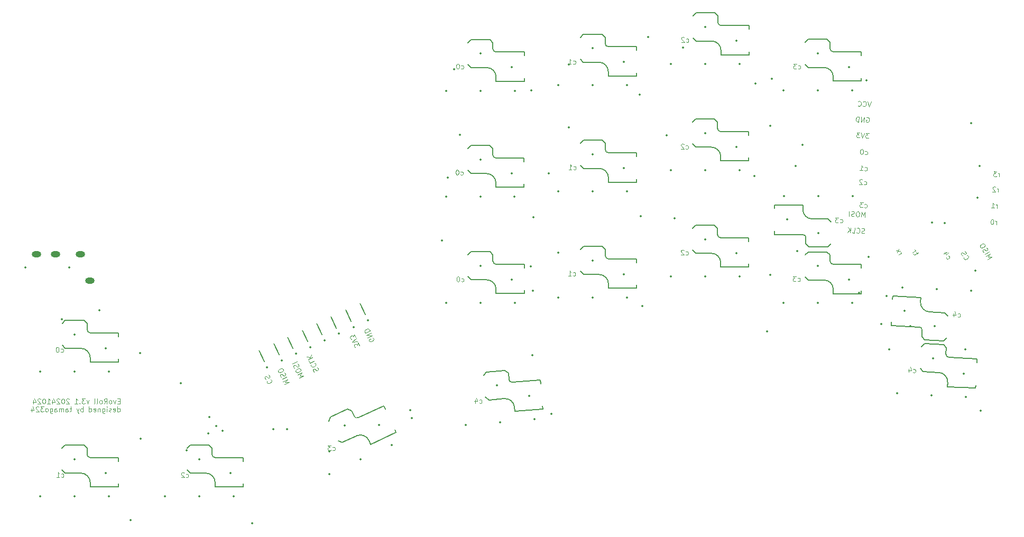
<source format=gbo>
%TF.GenerationSoftware,KiCad,Pcbnew,7.0.7*%
%TF.CreationDate,2024-10-24T22:54:23+09:00*%
%TF.ProjectId,evoroll,65766f72-6f6c-46c2-9e6b-696361645f70,rev?*%
%TF.SameCoordinates,Original*%
%TF.FileFunction,Legend,Bot*%
%TF.FilePolarity,Positive*%
%FSLAX46Y46*%
G04 Gerber Fmt 4.6, Leading zero omitted, Abs format (unit mm)*
G04 Created by KiCad (PCBNEW 7.0.7) date 2024-10-24 22:54:23*
%MOMM*%
%LPD*%
G01*
G04 APERTURE LIST*
%ADD10C,0.100000*%
%ADD11C,0.080000*%
%ADD12C,0.150000*%
%ADD13C,0.200000*%
%ADD14C,0.350000*%
%ADD15O,1.500000X1.000000*%
G04 APERTURE END LIST*
D10*
X60585142Y-81399170D02*
X61310188Y-81061076D01*
X61310188Y-81061076D02*
X60679600Y-81060890D01*
X60679600Y-81060890D02*
X61084792Y-80577712D01*
X61084792Y-80577712D02*
X60359745Y-80915806D01*
X60859395Y-80094347D02*
X60794996Y-79956243D01*
X60794996Y-79956243D02*
X60728271Y-79903291D01*
X60728271Y-79903291D02*
X60627019Y-79866438D01*
X60627019Y-79866438D02*
X60472815Y-79896311D01*
X60472815Y-79896311D02*
X60231133Y-80009010D01*
X60231133Y-80009010D02*
X60109129Y-80107935D01*
X60109129Y-80107935D02*
X60072276Y-80209186D01*
X60072276Y-80209186D02*
X60069950Y-80294338D01*
X60069950Y-80294338D02*
X60134349Y-80432442D01*
X60134349Y-80432442D02*
X60201074Y-80485394D01*
X60201074Y-80485394D02*
X60302326Y-80522247D01*
X60302326Y-80522247D02*
X60456530Y-80492374D01*
X60456530Y-80492374D02*
X60698212Y-80379675D01*
X60698212Y-80379675D02*
X60820216Y-80280751D01*
X60820216Y-80280751D02*
X60857069Y-80179499D01*
X60857069Y-80179499D02*
X60859395Y-80094347D01*
X59895179Y-79829400D02*
X59812354Y-79741922D01*
X59812354Y-79741922D02*
X59731855Y-79569292D01*
X59731855Y-79569292D02*
X59734182Y-79484140D01*
X59734182Y-79484140D02*
X59752608Y-79433514D01*
X59752608Y-79433514D02*
X59805560Y-79366789D01*
X59805560Y-79366789D02*
X59874612Y-79334589D01*
X59874612Y-79334589D02*
X59959764Y-79336916D01*
X59959764Y-79336916D02*
X60010390Y-79355342D01*
X60010390Y-79355342D02*
X60077115Y-79408294D01*
X60077115Y-79408294D02*
X60176040Y-79530299D01*
X60176040Y-79530299D02*
X60242766Y-79583251D01*
X60242766Y-79583251D02*
X60293392Y-79601677D01*
X60293392Y-79601677D02*
X60378543Y-79604004D01*
X60378543Y-79604004D02*
X60447596Y-79571804D01*
X60447596Y-79571804D02*
X60500548Y-79505079D01*
X60500548Y-79505079D02*
X60518974Y-79454453D01*
X60518974Y-79454453D02*
X60521301Y-79369301D01*
X60521301Y-79369301D02*
X60440802Y-79196671D01*
X60440802Y-79196671D02*
X60357977Y-79109193D01*
X59522559Y-79120453D02*
X60247605Y-78782359D01*
D11*
X104489035Y-31059840D02*
X104565226Y-31097935D01*
X104565226Y-31097935D02*
X104717607Y-31097935D01*
X104717607Y-31097935D02*
X104793797Y-31059840D01*
X104793797Y-31059840D02*
X104831892Y-31021744D01*
X104831892Y-31021744D02*
X104869988Y-30945554D01*
X104869988Y-30945554D02*
X104869988Y-30716982D01*
X104869988Y-30716982D02*
X104831892Y-30640792D01*
X104831892Y-30640792D02*
X104793797Y-30602697D01*
X104793797Y-30602697D02*
X104717607Y-30564601D01*
X104717607Y-30564601D02*
X104565226Y-30564601D01*
X104565226Y-30564601D02*
X104489035Y-30602697D01*
X103727131Y-31097935D02*
X104184274Y-31097935D01*
X103955702Y-31097935D02*
X103955702Y-30297935D01*
X103955702Y-30297935D02*
X104031893Y-30412220D01*
X104031893Y-30412220D02*
X104108083Y-30488411D01*
X104108083Y-30488411D02*
X104184274Y-30526506D01*
D10*
X63010768Y-80417597D02*
X62927942Y-80330118D01*
X62927942Y-80330118D02*
X62847444Y-80157488D01*
X62847444Y-80157488D02*
X62849770Y-80072337D01*
X62849770Y-80072337D02*
X62868196Y-80021711D01*
X62868196Y-80021711D02*
X62921149Y-79954985D01*
X62921149Y-79954985D02*
X62990201Y-79922786D01*
X62990201Y-79922786D02*
X63075352Y-79925112D01*
X63075352Y-79925112D02*
X63125978Y-79943539D01*
X63125978Y-79943539D02*
X63192704Y-79996491D01*
X63192704Y-79996491D02*
X63291629Y-80118495D01*
X63291629Y-80118495D02*
X63358354Y-80171447D01*
X63358354Y-80171447D02*
X63408980Y-80189874D01*
X63408980Y-80189874D02*
X63494132Y-80192200D01*
X63494132Y-80192200D02*
X63563184Y-80160001D01*
X63563184Y-80160001D02*
X63616136Y-80093275D01*
X63616136Y-80093275D02*
X63634562Y-80042650D01*
X63634562Y-80042650D02*
X63636889Y-79957498D01*
X63636889Y-79957498D02*
X63556390Y-79784868D01*
X63556390Y-79784868D02*
X63473565Y-79697389D01*
X62514002Y-79262138D02*
X62495576Y-79312764D01*
X62495576Y-79312764D02*
X62509349Y-79432442D01*
X62509349Y-79432442D02*
X62541548Y-79501494D01*
X62541548Y-79501494D02*
X62624374Y-79588972D01*
X62624374Y-79588972D02*
X62725625Y-79625825D01*
X62725625Y-79625825D02*
X62810777Y-79628151D01*
X62810777Y-79628151D02*
X62964981Y-79598278D01*
X62964981Y-79598278D02*
X63068559Y-79549979D01*
X63068559Y-79549979D02*
X63190563Y-79451054D01*
X63190563Y-79451054D02*
X63243515Y-79384329D01*
X63243515Y-79384329D02*
X63280368Y-79283077D01*
X63280368Y-79283077D02*
X63266595Y-79163399D01*
X63266595Y-79163399D02*
X63234395Y-79094347D01*
X63234395Y-79094347D02*
X63151570Y-79006869D01*
X63151570Y-79006869D02*
X63100944Y-78988443D01*
X62139055Y-78638344D02*
X62300052Y-78983604D01*
X62300052Y-78983604D02*
X63025098Y-78645509D01*
X62026357Y-78396662D02*
X62751403Y-78058567D01*
X61833160Y-77982349D02*
X62392370Y-78099887D01*
X62558206Y-77644255D02*
X62337091Y-78251764D01*
D11*
X151187567Y-55610351D02*
X151229436Y-54811448D01*
X151229436Y-54811448D02*
X150933228Y-55368137D01*
X150933228Y-55368137D02*
X150696833Y-54783535D01*
X150696833Y-54783535D02*
X150654965Y-55582439D01*
X150164231Y-54755623D02*
X150012059Y-54747648D01*
X150012059Y-54747648D02*
X149933979Y-54781703D01*
X149933979Y-54781703D02*
X149853905Y-54853802D01*
X149853905Y-54853802D02*
X149807887Y-55003980D01*
X149807887Y-55003980D02*
X149793931Y-55270281D01*
X149793931Y-55270281D02*
X149823999Y-55424447D01*
X149823999Y-55424447D02*
X149896098Y-55504521D01*
X149896098Y-55504521D02*
X149970190Y-55546551D01*
X149970190Y-55546551D02*
X150122362Y-55554526D01*
X150122362Y-55554526D02*
X150200442Y-55520471D01*
X150200442Y-55520471D02*
X150280515Y-55448372D01*
X150280515Y-55448372D02*
X150326533Y-55298194D01*
X150326533Y-55298194D02*
X150340490Y-55031893D01*
X150340490Y-55031893D02*
X150310422Y-54877727D01*
X150310422Y-54877727D02*
X150238323Y-54797653D01*
X150238323Y-54797653D02*
X150164231Y-54755623D01*
X149477624Y-55482590D02*
X149361502Y-55514651D01*
X149361502Y-55514651D02*
X149171287Y-55504683D01*
X149171287Y-55504683D02*
X149097194Y-55462652D01*
X149097194Y-55462652D02*
X149061145Y-55422615D01*
X149061145Y-55422615D02*
X149027089Y-55344535D01*
X149027089Y-55344535D02*
X149031077Y-55268449D01*
X149031077Y-55268449D02*
X149073107Y-55194357D01*
X149073107Y-55194357D02*
X149113144Y-55158308D01*
X149113144Y-55158308D02*
X149191224Y-55124252D01*
X149191224Y-55124252D02*
X149345390Y-55094184D01*
X149345390Y-55094184D02*
X149423470Y-55060129D01*
X149423470Y-55060129D02*
X149463506Y-55024079D01*
X149463506Y-55024079D02*
X149505537Y-54949987D01*
X149505537Y-54949987D02*
X149509525Y-54873901D01*
X149509525Y-54873901D02*
X149475469Y-54795821D01*
X149475469Y-54795821D02*
X149439420Y-54755784D01*
X149439420Y-54755784D02*
X149365327Y-54713754D01*
X149365327Y-54713754D02*
X149175112Y-54703785D01*
X149175112Y-54703785D02*
X149058989Y-54735847D01*
X148676727Y-55478764D02*
X148718596Y-54679860D01*
X151483969Y-39677560D02*
X151562049Y-39643504D01*
X151562049Y-39643504D02*
X151676178Y-39649485D01*
X151676178Y-39649485D02*
X151788313Y-39693510D01*
X151788313Y-39693510D02*
X151860412Y-39773583D01*
X151860412Y-39773583D02*
X151894467Y-39851663D01*
X151894467Y-39851663D02*
X151924535Y-40005829D01*
X151924535Y-40005829D02*
X151918554Y-40119958D01*
X151918554Y-40119958D02*
X151872536Y-40270136D01*
X151872536Y-40270136D02*
X151830505Y-40344229D01*
X151830505Y-40344229D02*
X151750432Y-40416327D01*
X151750432Y-40416327D02*
X151634309Y-40448389D01*
X151634309Y-40448389D02*
X151558223Y-40444401D01*
X151558223Y-40444401D02*
X151446088Y-40400377D01*
X151446088Y-40400377D02*
X151410038Y-40360340D01*
X151410038Y-40360340D02*
X151423995Y-40094039D01*
X151423995Y-40094039D02*
X151576167Y-40102014D01*
X151063664Y-40418483D02*
X151105532Y-39619579D01*
X151105532Y-39619579D02*
X150607147Y-40394558D01*
X150607147Y-40394558D02*
X150649016Y-39595654D01*
X150226717Y-40374620D02*
X150268586Y-39575716D01*
X150268586Y-39575716D02*
X150078371Y-39565748D01*
X150078371Y-39565748D02*
X149962248Y-39597809D01*
X149962248Y-39597809D02*
X149882174Y-39669908D01*
X149882174Y-39669908D02*
X149840144Y-39744000D01*
X149840144Y-39744000D02*
X149794126Y-39894179D01*
X149794126Y-39894179D02*
X149788144Y-40008308D01*
X149788144Y-40008308D02*
X149818213Y-40162474D01*
X149818213Y-40162474D02*
X149852268Y-40240554D01*
X149852268Y-40240554D02*
X149924367Y-40320627D01*
X149924367Y-40320627D02*
X150036502Y-40364651D01*
X150036502Y-40364651D02*
X150226717Y-40374620D01*
D10*
X72423565Y-74947389D02*
X72490290Y-75000342D01*
X72490290Y-75000342D02*
X72538590Y-75103920D01*
X72538590Y-75103920D02*
X72552363Y-75223598D01*
X72552363Y-75223598D02*
X72515510Y-75324849D01*
X72515510Y-75324849D02*
X72462558Y-75391575D01*
X72462558Y-75391575D02*
X72340554Y-75490499D01*
X72340554Y-75490499D02*
X72236976Y-75538799D01*
X72236976Y-75538799D02*
X72082772Y-75568672D01*
X72082772Y-75568672D02*
X71997620Y-75566345D01*
X71997620Y-75566345D02*
X71896369Y-75529493D01*
X71896369Y-75529493D02*
X71813543Y-75442014D01*
X71813543Y-75442014D02*
X71781344Y-75372962D01*
X71781344Y-75372962D02*
X71767571Y-75253285D01*
X71767571Y-75253285D02*
X71785997Y-75202659D01*
X71785997Y-75202659D02*
X72027679Y-75089961D01*
X72027679Y-75089961D02*
X72092078Y-75228065D01*
X71572047Y-74924124D02*
X72297093Y-74586030D01*
X72297093Y-74586030D02*
X71378850Y-74509812D01*
X71378850Y-74509812D02*
X72103896Y-74171717D01*
X71217853Y-74164552D02*
X71942899Y-73826458D01*
X71942899Y-73826458D02*
X71862400Y-73653827D01*
X71862400Y-73653827D02*
X71779575Y-73566349D01*
X71779575Y-73566349D02*
X71678324Y-73529497D01*
X71678324Y-73529497D02*
X71593172Y-73527170D01*
X71593172Y-73527170D02*
X71438968Y-73557043D01*
X71438968Y-73557043D02*
X71335390Y-73605342D01*
X71335390Y-73605342D02*
X71213386Y-73704267D01*
X71213386Y-73704267D02*
X71160434Y-73770993D01*
X71160434Y-73770993D02*
X71123581Y-73872244D01*
X71123581Y-73872244D02*
X71137354Y-73991922D01*
X71137354Y-73991922D02*
X71217853Y-74164552D01*
D11*
X89489035Y-85384840D02*
X89565226Y-85422935D01*
X89565226Y-85422935D02*
X89717607Y-85422935D01*
X89717607Y-85422935D02*
X89793797Y-85384840D01*
X89793797Y-85384840D02*
X89831892Y-85346744D01*
X89831892Y-85346744D02*
X89869988Y-85270554D01*
X89869988Y-85270554D02*
X89869988Y-85041982D01*
X89869988Y-85041982D02*
X89831892Y-84965792D01*
X89831892Y-84965792D02*
X89793797Y-84927697D01*
X89793797Y-84927697D02*
X89717607Y-84889601D01*
X89717607Y-84889601D02*
X89565226Y-84889601D01*
X89565226Y-84889601D02*
X89489035Y-84927697D01*
X88803321Y-84889601D02*
X88803321Y-85422935D01*
X88993797Y-84584840D02*
X89184274Y-85156268D01*
X89184274Y-85156268D02*
X88689035Y-85156268D01*
X159610860Y-61520738D02*
X159458479Y-61256806D01*
X159784657Y-61288430D02*
X159190811Y-61631287D01*
X159190811Y-61631287D02*
X159105780Y-61636391D01*
X159105780Y-61636391D02*
X159034694Y-61589456D01*
X159034694Y-61589456D02*
X158996598Y-61523473D01*
X158863265Y-61292533D02*
X159325145Y-61025866D01*
X159193180Y-61102056D02*
X159240115Y-61030970D01*
X159240115Y-61030970D02*
X159254059Y-60978931D01*
X159254059Y-60978931D02*
X159248955Y-60893900D01*
X159248955Y-60893900D02*
X159210860Y-60827917D01*
X22439035Y-77209840D02*
X22515226Y-77247935D01*
X22515226Y-77247935D02*
X22667607Y-77247935D01*
X22667607Y-77247935D02*
X22743797Y-77209840D01*
X22743797Y-77209840D02*
X22781892Y-77171744D01*
X22781892Y-77171744D02*
X22819988Y-77095554D01*
X22819988Y-77095554D02*
X22819988Y-76866982D01*
X22819988Y-76866982D02*
X22781892Y-76790792D01*
X22781892Y-76790792D02*
X22743797Y-76752697D01*
X22743797Y-76752697D02*
X22667607Y-76714601D01*
X22667607Y-76714601D02*
X22515226Y-76714601D01*
X22515226Y-76714601D02*
X22439035Y-76752697D01*
X21943797Y-76447935D02*
X21867607Y-76447935D01*
X21867607Y-76447935D02*
X21791416Y-76486030D01*
X21791416Y-76486030D02*
X21753321Y-76524125D01*
X21753321Y-76524125D02*
X21715226Y-76600316D01*
X21715226Y-76600316D02*
X21677131Y-76752697D01*
X21677131Y-76752697D02*
X21677131Y-76943173D01*
X21677131Y-76943173D02*
X21715226Y-77095554D01*
X21715226Y-77095554D02*
X21753321Y-77171744D01*
X21753321Y-77171744D02*
X21791416Y-77209840D01*
X21791416Y-77209840D02*
X21867607Y-77247935D01*
X21867607Y-77247935D02*
X21943797Y-77247935D01*
X21943797Y-77247935D02*
X22019988Y-77209840D01*
X22019988Y-77209840D02*
X22058083Y-77171744D01*
X22058083Y-77171744D02*
X22096178Y-77095554D01*
X22096178Y-77095554D02*
X22134274Y-76943173D01*
X22134274Y-76943173D02*
X22134274Y-76752697D01*
X22134274Y-76752697D02*
X22096178Y-76600316D01*
X22096178Y-76600316D02*
X22058083Y-76524125D01*
X22058083Y-76524125D02*
X22019988Y-76486030D01*
X22019988Y-76486030D02*
X21943797Y-76447935D01*
X65989035Y-92959840D02*
X66065226Y-92997935D01*
X66065226Y-92997935D02*
X66217607Y-92997935D01*
X66217607Y-92997935D02*
X66293797Y-92959840D01*
X66293797Y-92959840D02*
X66331892Y-92921744D01*
X66331892Y-92921744D02*
X66369988Y-92845554D01*
X66369988Y-92845554D02*
X66369988Y-92616982D01*
X66369988Y-92616982D02*
X66331892Y-92540792D01*
X66331892Y-92540792D02*
X66293797Y-92502697D01*
X66293797Y-92502697D02*
X66217607Y-92464601D01*
X66217607Y-92464601D02*
X66065226Y-92464601D01*
X66065226Y-92464601D02*
X65989035Y-92502697D01*
X65722369Y-92197935D02*
X65227131Y-92197935D01*
X65227131Y-92197935D02*
X65493797Y-92502697D01*
X65493797Y-92502697D02*
X65379512Y-92502697D01*
X65379512Y-92502697D02*
X65303321Y-92540792D01*
X65303321Y-92540792D02*
X65265226Y-92578887D01*
X65265226Y-92578887D02*
X65227131Y-92655078D01*
X65227131Y-92655078D02*
X65227131Y-92845554D01*
X65227131Y-92845554D02*
X65265226Y-92921744D01*
X65265226Y-92921744D02*
X65303321Y-92959840D01*
X65303321Y-92959840D02*
X65379512Y-92997935D01*
X65379512Y-92997935D02*
X65608083Y-92997935D01*
X65608083Y-92997935D02*
X65684274Y-92959840D01*
X65684274Y-92959840D02*
X65722369Y-92921744D01*
X22514035Y-97234840D02*
X22590226Y-97272935D01*
X22590226Y-97272935D02*
X22742607Y-97272935D01*
X22742607Y-97272935D02*
X22818797Y-97234840D01*
X22818797Y-97234840D02*
X22856892Y-97196744D01*
X22856892Y-97196744D02*
X22894988Y-97120554D01*
X22894988Y-97120554D02*
X22894988Y-96891982D01*
X22894988Y-96891982D02*
X22856892Y-96815792D01*
X22856892Y-96815792D02*
X22818797Y-96777697D01*
X22818797Y-96777697D02*
X22742607Y-96739601D01*
X22742607Y-96739601D02*
X22590226Y-96739601D01*
X22590226Y-96739601D02*
X22514035Y-96777697D01*
X21752131Y-97272935D02*
X22209274Y-97272935D01*
X21980702Y-97272935D02*
X21980702Y-96472935D01*
X21980702Y-96472935D02*
X22056893Y-96587220D01*
X22056893Y-96587220D02*
X22133083Y-96663411D01*
X22133083Y-96663411D02*
X22209274Y-96701506D01*
X140464035Y-65884840D02*
X140540226Y-65922935D01*
X140540226Y-65922935D02*
X140692607Y-65922935D01*
X140692607Y-65922935D02*
X140768797Y-65884840D01*
X140768797Y-65884840D02*
X140806892Y-65846744D01*
X140806892Y-65846744D02*
X140844988Y-65770554D01*
X140844988Y-65770554D02*
X140844988Y-65541982D01*
X140844988Y-65541982D02*
X140806892Y-65465792D01*
X140806892Y-65465792D02*
X140768797Y-65427697D01*
X140768797Y-65427697D02*
X140692607Y-65389601D01*
X140692607Y-65389601D02*
X140540226Y-65389601D01*
X140540226Y-65389601D02*
X140464035Y-65427697D01*
X140197369Y-65122935D02*
X139702131Y-65122935D01*
X139702131Y-65122935D02*
X139968797Y-65427697D01*
X139968797Y-65427697D02*
X139854512Y-65427697D01*
X139854512Y-65427697D02*
X139778321Y-65465792D01*
X139778321Y-65465792D02*
X139740226Y-65503887D01*
X139740226Y-65503887D02*
X139702131Y-65580078D01*
X139702131Y-65580078D02*
X139702131Y-65770554D01*
X139702131Y-65770554D02*
X139740226Y-65846744D01*
X139740226Y-65846744D02*
X139778321Y-65884840D01*
X139778321Y-65884840D02*
X139854512Y-65922935D01*
X139854512Y-65922935D02*
X140083083Y-65922935D01*
X140083083Y-65922935D02*
X140159274Y-65884840D01*
X140159274Y-65884840D02*
X140197369Y-65846744D01*
D10*
X55435997Y-81877659D02*
X55417571Y-81928285D01*
X55417571Y-81928285D02*
X55431344Y-82047962D01*
X55431344Y-82047962D02*
X55463543Y-82117014D01*
X55463543Y-82117014D02*
X55546369Y-82204493D01*
X55546369Y-82204493D02*
X55647620Y-82241345D01*
X55647620Y-82241345D02*
X55732772Y-82243672D01*
X55732772Y-82243672D02*
X55886976Y-82213799D01*
X55886976Y-82213799D02*
X55990554Y-82165499D01*
X55990554Y-82165499D02*
X56112558Y-82066575D01*
X56112558Y-82066575D02*
X56165510Y-81999849D01*
X56165510Y-81999849D02*
X56202363Y-81898598D01*
X56202363Y-81898598D02*
X56188590Y-81778920D01*
X56188590Y-81778920D02*
X56156390Y-81709868D01*
X56156390Y-81709868D02*
X56073565Y-81622389D01*
X56073565Y-81622389D02*
X56022939Y-81603963D01*
X55272673Y-81617550D02*
X55189848Y-81530072D01*
X55189848Y-81530072D02*
X55109349Y-81357442D01*
X55109349Y-81357442D02*
X55111676Y-81272290D01*
X55111676Y-81272290D02*
X55130102Y-81221665D01*
X55130102Y-81221665D02*
X55183054Y-81154939D01*
X55183054Y-81154939D02*
X55252106Y-81122740D01*
X55252106Y-81122740D02*
X55337258Y-81125066D01*
X55337258Y-81125066D02*
X55387884Y-81143492D01*
X55387884Y-81143492D02*
X55454609Y-81196445D01*
X55454609Y-81196445D02*
X55553534Y-81318449D01*
X55553534Y-81318449D02*
X55620260Y-81371401D01*
X55620260Y-81371401D02*
X55670885Y-81389828D01*
X55670885Y-81389828D02*
X55756037Y-81392154D01*
X55756037Y-81392154D02*
X55825089Y-81359955D01*
X55825089Y-81359955D02*
X55878041Y-81293229D01*
X55878041Y-81293229D02*
X55896468Y-81242603D01*
X55896468Y-81242603D02*
X55898794Y-81157452D01*
X55898794Y-81157452D02*
X55818295Y-80984821D01*
X55818295Y-80984821D02*
X55735470Y-80897343D01*
D11*
X104464035Y-64984840D02*
X104540226Y-65022935D01*
X104540226Y-65022935D02*
X104692607Y-65022935D01*
X104692607Y-65022935D02*
X104768797Y-64984840D01*
X104768797Y-64984840D02*
X104806892Y-64946744D01*
X104806892Y-64946744D02*
X104844988Y-64870554D01*
X104844988Y-64870554D02*
X104844988Y-64641982D01*
X104844988Y-64641982D02*
X104806892Y-64565792D01*
X104806892Y-64565792D02*
X104768797Y-64527697D01*
X104768797Y-64527697D02*
X104692607Y-64489601D01*
X104692607Y-64489601D02*
X104540226Y-64489601D01*
X104540226Y-64489601D02*
X104464035Y-64527697D01*
X103702131Y-65022935D02*
X104159274Y-65022935D01*
X103930702Y-65022935D02*
X103930702Y-64222935D01*
X103930702Y-64222935D02*
X104006893Y-64337220D01*
X104006893Y-64337220D02*
X104083083Y-64413411D01*
X104083083Y-64413411D02*
X104159274Y-64451506D01*
X151172174Y-48129365D02*
X151246266Y-48171395D01*
X151246266Y-48171395D02*
X151398438Y-48179370D01*
X151398438Y-48179370D02*
X151476518Y-48145315D01*
X151476518Y-48145315D02*
X151516555Y-48109265D01*
X151516555Y-48109265D02*
X151558585Y-48035173D01*
X151558585Y-48035173D02*
X151570548Y-47806915D01*
X151570548Y-47806915D02*
X151536492Y-47728835D01*
X151536492Y-47728835D02*
X151500443Y-47688798D01*
X151500443Y-47688798D02*
X151426351Y-47646768D01*
X151426351Y-47646768D02*
X151274178Y-47638793D01*
X151274178Y-47638793D02*
X151196099Y-47672848D01*
X150409320Y-48127533D02*
X150865836Y-48151458D01*
X150637578Y-48139495D02*
X150679446Y-47340591D01*
X150679446Y-47340591D02*
X150749551Y-47458708D01*
X150749551Y-47458708D02*
X150821650Y-47538782D01*
X150821650Y-47538782D02*
X150895742Y-47580812D01*
X172562567Y-51610351D02*
X172590480Y-51077749D01*
X172582505Y-51229921D02*
X172548449Y-51151841D01*
X172548449Y-51151841D02*
X172512400Y-51111804D01*
X172512400Y-51111804D02*
X172438308Y-51069774D01*
X172438308Y-51069774D02*
X172362221Y-51065786D01*
X172143932Y-50863609D02*
X172107883Y-50823572D01*
X172107883Y-50823572D02*
X172033791Y-50781541D01*
X172033791Y-50781541D02*
X171843575Y-50771573D01*
X171843575Y-50771573D02*
X171765496Y-50805628D01*
X171765496Y-50805628D02*
X171725459Y-50841678D01*
X171725459Y-50841678D02*
X171683428Y-50915770D01*
X171683428Y-50915770D02*
X171679441Y-50991856D01*
X171679441Y-50991856D02*
X171711503Y-51107979D01*
X171711503Y-51107979D02*
X172144094Y-51588420D01*
X172144094Y-51588420D02*
X171649535Y-51562501D01*
X140539035Y-31834840D02*
X140615226Y-31872935D01*
X140615226Y-31872935D02*
X140767607Y-31872935D01*
X140767607Y-31872935D02*
X140843797Y-31834840D01*
X140843797Y-31834840D02*
X140881892Y-31796744D01*
X140881892Y-31796744D02*
X140919988Y-31720554D01*
X140919988Y-31720554D02*
X140919988Y-31491982D01*
X140919988Y-31491982D02*
X140881892Y-31415792D01*
X140881892Y-31415792D02*
X140843797Y-31377697D01*
X140843797Y-31377697D02*
X140767607Y-31339601D01*
X140767607Y-31339601D02*
X140615226Y-31339601D01*
X140615226Y-31339601D02*
X140539035Y-31377697D01*
X140272369Y-31072935D02*
X139777131Y-31072935D01*
X139777131Y-31072935D02*
X140043797Y-31377697D01*
X140043797Y-31377697D02*
X139929512Y-31377697D01*
X139929512Y-31377697D02*
X139853321Y-31415792D01*
X139853321Y-31415792D02*
X139815226Y-31453887D01*
X139815226Y-31453887D02*
X139777131Y-31530078D01*
X139777131Y-31530078D02*
X139777131Y-31720554D01*
X139777131Y-31720554D02*
X139815226Y-31796744D01*
X139815226Y-31796744D02*
X139853321Y-31834840D01*
X139853321Y-31834840D02*
X139929512Y-31872935D01*
X139929512Y-31872935D02*
X140158083Y-31872935D01*
X140158083Y-31872935D02*
X140234274Y-31834840D01*
X140234274Y-31834840D02*
X140272369Y-31796744D01*
X122539035Y-44659840D02*
X122615226Y-44697935D01*
X122615226Y-44697935D02*
X122767607Y-44697935D01*
X122767607Y-44697935D02*
X122843797Y-44659840D01*
X122843797Y-44659840D02*
X122881892Y-44621744D01*
X122881892Y-44621744D02*
X122919988Y-44545554D01*
X122919988Y-44545554D02*
X122919988Y-44316982D01*
X122919988Y-44316982D02*
X122881892Y-44240792D01*
X122881892Y-44240792D02*
X122843797Y-44202697D01*
X122843797Y-44202697D02*
X122767607Y-44164601D01*
X122767607Y-44164601D02*
X122615226Y-44164601D01*
X122615226Y-44164601D02*
X122539035Y-44202697D01*
X122234274Y-43974125D02*
X122196178Y-43936030D01*
X122196178Y-43936030D02*
X122119988Y-43897935D01*
X122119988Y-43897935D02*
X121929512Y-43897935D01*
X121929512Y-43897935D02*
X121853321Y-43936030D01*
X121853321Y-43936030D02*
X121815226Y-43974125D01*
X121815226Y-43974125D02*
X121777131Y-44050316D01*
X121777131Y-44050316D02*
X121777131Y-44126506D01*
X121777131Y-44126506D02*
X121815226Y-44240792D01*
X121815226Y-44240792D02*
X122272369Y-44697935D01*
X122272369Y-44697935D02*
X121777131Y-44697935D01*
X104564035Y-47984840D02*
X104640226Y-48022935D01*
X104640226Y-48022935D02*
X104792607Y-48022935D01*
X104792607Y-48022935D02*
X104868797Y-47984840D01*
X104868797Y-47984840D02*
X104906892Y-47946744D01*
X104906892Y-47946744D02*
X104944988Y-47870554D01*
X104944988Y-47870554D02*
X104944988Y-47641982D01*
X104944988Y-47641982D02*
X104906892Y-47565792D01*
X104906892Y-47565792D02*
X104868797Y-47527697D01*
X104868797Y-47527697D02*
X104792607Y-47489601D01*
X104792607Y-47489601D02*
X104640226Y-47489601D01*
X104640226Y-47489601D02*
X104564035Y-47527697D01*
X103802131Y-48022935D02*
X104259274Y-48022935D01*
X104030702Y-48022935D02*
X104030702Y-47222935D01*
X104030702Y-47222935D02*
X104106893Y-47337220D01*
X104106893Y-47337220D02*
X104183083Y-47413411D01*
X104183083Y-47413411D02*
X104259274Y-47451506D01*
X164228399Y-62047460D02*
X164233503Y-62132490D01*
X164233503Y-62132490D02*
X164309694Y-62264456D01*
X164309694Y-62264456D02*
X164380780Y-62311391D01*
X164380780Y-62311391D02*
X164432819Y-62325335D01*
X164432819Y-62325335D02*
X164517850Y-62320231D01*
X164517850Y-62320231D02*
X164715799Y-62205945D01*
X164715799Y-62205945D02*
X164762734Y-62134859D01*
X164762734Y-62134859D02*
X164776678Y-62082820D01*
X164776678Y-62082820D02*
X164771574Y-61997789D01*
X164771574Y-61997789D02*
X164695383Y-61865823D01*
X164695383Y-61865823D02*
X164624297Y-61818888D01*
X164314431Y-61205995D02*
X163852551Y-61472661D01*
X164673601Y-61218571D02*
X164273967Y-61669242D01*
X164273967Y-61669242D02*
X164026348Y-61240354D01*
X86464035Y-48834840D02*
X86540226Y-48872935D01*
X86540226Y-48872935D02*
X86692607Y-48872935D01*
X86692607Y-48872935D02*
X86768797Y-48834840D01*
X86768797Y-48834840D02*
X86806892Y-48796744D01*
X86806892Y-48796744D02*
X86844988Y-48720554D01*
X86844988Y-48720554D02*
X86844988Y-48491982D01*
X86844988Y-48491982D02*
X86806892Y-48415792D01*
X86806892Y-48415792D02*
X86768797Y-48377697D01*
X86768797Y-48377697D02*
X86692607Y-48339601D01*
X86692607Y-48339601D02*
X86540226Y-48339601D01*
X86540226Y-48339601D02*
X86464035Y-48377697D01*
X85968797Y-48072935D02*
X85892607Y-48072935D01*
X85892607Y-48072935D02*
X85816416Y-48111030D01*
X85816416Y-48111030D02*
X85778321Y-48149125D01*
X85778321Y-48149125D02*
X85740226Y-48225316D01*
X85740226Y-48225316D02*
X85702131Y-48377697D01*
X85702131Y-48377697D02*
X85702131Y-48568173D01*
X85702131Y-48568173D02*
X85740226Y-48720554D01*
X85740226Y-48720554D02*
X85778321Y-48796744D01*
X85778321Y-48796744D02*
X85816416Y-48834840D01*
X85816416Y-48834840D02*
X85892607Y-48872935D01*
X85892607Y-48872935D02*
X85968797Y-48872935D01*
X85968797Y-48872935D02*
X86044988Y-48834840D01*
X86044988Y-48834840D02*
X86083083Y-48796744D01*
X86083083Y-48796744D02*
X86121178Y-48720554D01*
X86121178Y-48720554D02*
X86159274Y-48568173D01*
X86159274Y-48568173D02*
X86159274Y-48377697D01*
X86159274Y-48377697D02*
X86121178Y-48225316D01*
X86121178Y-48225316D02*
X86083083Y-48149125D01*
X86083083Y-48149125D02*
X86044988Y-48111030D01*
X86044988Y-48111030D02*
X85968797Y-48072935D01*
X151072174Y-50379365D02*
X151146266Y-50421395D01*
X151146266Y-50421395D02*
X151298438Y-50429370D01*
X151298438Y-50429370D02*
X151376518Y-50395315D01*
X151376518Y-50395315D02*
X151416555Y-50359265D01*
X151416555Y-50359265D02*
X151458585Y-50285173D01*
X151458585Y-50285173D02*
X151470548Y-50056915D01*
X151470548Y-50056915D02*
X151436492Y-49978835D01*
X151436492Y-49978835D02*
X151400443Y-49938798D01*
X151400443Y-49938798D02*
X151326351Y-49896768D01*
X151326351Y-49896768D02*
X151174178Y-49888793D01*
X151174178Y-49888793D02*
X151096099Y-49922848D01*
X150803717Y-49678640D02*
X150767668Y-49638603D01*
X150767668Y-49638603D02*
X150693576Y-49596573D01*
X150693576Y-49596573D02*
X150503360Y-49586604D01*
X150503360Y-49586604D02*
X150425281Y-49620660D01*
X150425281Y-49620660D02*
X150385244Y-49656709D01*
X150385244Y-49656709D02*
X150343213Y-49730801D01*
X150343213Y-49730801D02*
X150339226Y-49806887D01*
X150339226Y-49806887D02*
X150371288Y-49923010D01*
X150371288Y-49923010D02*
X150803879Y-50403451D01*
X150803879Y-50403451D02*
X150309320Y-50377533D01*
X172712567Y-49160351D02*
X172740480Y-48627749D01*
X172732505Y-48779921D02*
X172698449Y-48701841D01*
X172698449Y-48701841D02*
X172662400Y-48661804D01*
X172662400Y-48661804D02*
X172588308Y-48619774D01*
X172588308Y-48619774D02*
X172512221Y-48615786D01*
X172335963Y-48339516D02*
X171841403Y-48313598D01*
X171841403Y-48313598D02*
X172091754Y-48631898D01*
X172091754Y-48631898D02*
X171977625Y-48625917D01*
X171977625Y-48625917D02*
X171899546Y-48659972D01*
X171899546Y-48659972D02*
X171859509Y-48696022D01*
X171859509Y-48696022D02*
X171817478Y-48770114D01*
X171817478Y-48770114D02*
X171807510Y-48960329D01*
X171807510Y-48960329D02*
X171841565Y-49038409D01*
X171841565Y-49038409D02*
X171877614Y-49078446D01*
X171877614Y-49078446D02*
X171951707Y-49120476D01*
X171951707Y-49120476D02*
X172179965Y-49132439D01*
X172179965Y-49132439D02*
X172258045Y-49098383D01*
X172258045Y-49098383D02*
X172298081Y-49062334D01*
X147239035Y-56484840D02*
X147315226Y-56522935D01*
X147315226Y-56522935D02*
X147467607Y-56522935D01*
X147467607Y-56522935D02*
X147543797Y-56484840D01*
X147543797Y-56484840D02*
X147581892Y-56446744D01*
X147581892Y-56446744D02*
X147619988Y-56370554D01*
X147619988Y-56370554D02*
X147619988Y-56141982D01*
X147619988Y-56141982D02*
X147581892Y-56065792D01*
X147581892Y-56065792D02*
X147543797Y-56027697D01*
X147543797Y-56027697D02*
X147467607Y-55989601D01*
X147467607Y-55989601D02*
X147315226Y-55989601D01*
X147315226Y-55989601D02*
X147239035Y-56027697D01*
X146972369Y-55722935D02*
X146477131Y-55722935D01*
X146477131Y-55722935D02*
X146743797Y-56027697D01*
X146743797Y-56027697D02*
X146629512Y-56027697D01*
X146629512Y-56027697D02*
X146553321Y-56065792D01*
X146553321Y-56065792D02*
X146515226Y-56103887D01*
X146515226Y-56103887D02*
X146477131Y-56180078D01*
X146477131Y-56180078D02*
X146477131Y-56370554D01*
X146477131Y-56370554D02*
X146515226Y-56446744D01*
X146515226Y-56446744D02*
X146553321Y-56484840D01*
X146553321Y-56484840D02*
X146629512Y-56522935D01*
X146629512Y-56522935D02*
X146858083Y-56522935D01*
X146858083Y-56522935D02*
X146934274Y-56484840D01*
X146934274Y-56484840D02*
X146972369Y-56446744D01*
X151127604Y-58199302D02*
X151011481Y-58231364D01*
X151011481Y-58231364D02*
X150821266Y-58221395D01*
X150821266Y-58221395D02*
X150747174Y-58179365D01*
X150747174Y-58179365D02*
X150711124Y-58139328D01*
X150711124Y-58139328D02*
X150677069Y-58061248D01*
X150677069Y-58061248D02*
X150681056Y-57985162D01*
X150681056Y-57985162D02*
X150723087Y-57911070D01*
X150723087Y-57911070D02*
X150763124Y-57875020D01*
X150763124Y-57875020D02*
X150841203Y-57840965D01*
X150841203Y-57840965D02*
X150995369Y-57810897D01*
X150995369Y-57810897D02*
X151073449Y-57776841D01*
X151073449Y-57776841D02*
X151113486Y-57740792D01*
X151113486Y-57740792D02*
X151155516Y-57666700D01*
X151155516Y-57666700D02*
X151159504Y-57590614D01*
X151159504Y-57590614D02*
X151125448Y-57512534D01*
X151125448Y-57512534D02*
X151089399Y-57472497D01*
X151089399Y-57472497D02*
X151015307Y-57430466D01*
X151015307Y-57430466D02*
X150825092Y-57420498D01*
X150825092Y-57420498D02*
X150708969Y-57452560D01*
X149874177Y-58095465D02*
X149910227Y-58135502D01*
X149910227Y-58135502D02*
X150022362Y-58179526D01*
X150022362Y-58179526D02*
X150098448Y-58183514D01*
X150098448Y-58183514D02*
X150214571Y-58151452D01*
X150214571Y-58151452D02*
X150294645Y-58079353D01*
X150294645Y-58079353D02*
X150336675Y-58005261D01*
X150336675Y-58005261D02*
X150382693Y-57855083D01*
X150382693Y-57855083D02*
X150388674Y-57740954D01*
X150388674Y-57740954D02*
X150358606Y-57586788D01*
X150358606Y-57586788D02*
X150324551Y-57508708D01*
X150324551Y-57508708D02*
X150252452Y-57428634D01*
X150252452Y-57428634D02*
X150140317Y-57384610D01*
X150140317Y-57384610D02*
X150064231Y-57380623D01*
X150064231Y-57380623D02*
X149948108Y-57412684D01*
X149948108Y-57412684D02*
X149908071Y-57448734D01*
X149147372Y-58133670D02*
X149527803Y-58153608D01*
X149527803Y-58153608D02*
X149569671Y-57354704D01*
X148881071Y-58119714D02*
X148922940Y-57320810D01*
X148424555Y-58095789D02*
X148790867Y-57657216D01*
X148466424Y-57296885D02*
X148899015Y-57777327D01*
X122539035Y-61634840D02*
X122615226Y-61672935D01*
X122615226Y-61672935D02*
X122767607Y-61672935D01*
X122767607Y-61672935D02*
X122843797Y-61634840D01*
X122843797Y-61634840D02*
X122881892Y-61596744D01*
X122881892Y-61596744D02*
X122919988Y-61520554D01*
X122919988Y-61520554D02*
X122919988Y-61291982D01*
X122919988Y-61291982D02*
X122881892Y-61215792D01*
X122881892Y-61215792D02*
X122843797Y-61177697D01*
X122843797Y-61177697D02*
X122767607Y-61139601D01*
X122767607Y-61139601D02*
X122615226Y-61139601D01*
X122615226Y-61139601D02*
X122539035Y-61177697D01*
X122234274Y-60949125D02*
X122196178Y-60911030D01*
X122196178Y-60911030D02*
X122119988Y-60872935D01*
X122119988Y-60872935D02*
X121929512Y-60872935D01*
X121929512Y-60872935D02*
X121853321Y-60911030D01*
X121853321Y-60911030D02*
X121815226Y-60949125D01*
X121815226Y-60949125D02*
X121777131Y-61025316D01*
X121777131Y-61025316D02*
X121777131Y-61101506D01*
X121777131Y-61101506D02*
X121815226Y-61215792D01*
X121815226Y-61215792D02*
X122272369Y-61672935D01*
X122272369Y-61672935D02*
X121777131Y-61672935D01*
X156616837Y-61688430D02*
X157078717Y-61421763D01*
X156946751Y-61497954D02*
X156993686Y-61426867D01*
X156993686Y-61426867D02*
X157007630Y-61374828D01*
X157007630Y-61374828D02*
X157002526Y-61289798D01*
X157002526Y-61289798D02*
X156964431Y-61223815D01*
X156407313Y-61325524D02*
X156659669Y-60695952D01*
X156869193Y-61058858D02*
X156197789Y-60962618D01*
X86564035Y-31834840D02*
X86640226Y-31872935D01*
X86640226Y-31872935D02*
X86792607Y-31872935D01*
X86792607Y-31872935D02*
X86868797Y-31834840D01*
X86868797Y-31834840D02*
X86906892Y-31796744D01*
X86906892Y-31796744D02*
X86944988Y-31720554D01*
X86944988Y-31720554D02*
X86944988Y-31491982D01*
X86944988Y-31491982D02*
X86906892Y-31415792D01*
X86906892Y-31415792D02*
X86868797Y-31377697D01*
X86868797Y-31377697D02*
X86792607Y-31339601D01*
X86792607Y-31339601D02*
X86640226Y-31339601D01*
X86640226Y-31339601D02*
X86564035Y-31377697D01*
X86068797Y-31072935D02*
X85992607Y-31072935D01*
X85992607Y-31072935D02*
X85916416Y-31111030D01*
X85916416Y-31111030D02*
X85878321Y-31149125D01*
X85878321Y-31149125D02*
X85840226Y-31225316D01*
X85840226Y-31225316D02*
X85802131Y-31377697D01*
X85802131Y-31377697D02*
X85802131Y-31568173D01*
X85802131Y-31568173D02*
X85840226Y-31720554D01*
X85840226Y-31720554D02*
X85878321Y-31796744D01*
X85878321Y-31796744D02*
X85916416Y-31834840D01*
X85916416Y-31834840D02*
X85992607Y-31872935D01*
X85992607Y-31872935D02*
X86068797Y-31872935D01*
X86068797Y-31872935D02*
X86144988Y-31834840D01*
X86144988Y-31834840D02*
X86183083Y-31796744D01*
X86183083Y-31796744D02*
X86221178Y-31720554D01*
X86221178Y-31720554D02*
X86259274Y-31568173D01*
X86259274Y-31568173D02*
X86259274Y-31377697D01*
X86259274Y-31377697D02*
X86221178Y-31225316D01*
X86221178Y-31225316D02*
X86183083Y-31149125D01*
X86183083Y-31149125D02*
X86144988Y-31111030D01*
X86144988Y-31111030D02*
X86068797Y-31072935D01*
X158922174Y-80479365D02*
X158996266Y-80521395D01*
X158996266Y-80521395D02*
X159148438Y-80529370D01*
X159148438Y-80529370D02*
X159226518Y-80495315D01*
X159226518Y-80495315D02*
X159266555Y-80459265D01*
X159266555Y-80459265D02*
X159308585Y-80385173D01*
X159308585Y-80385173D02*
X159320548Y-80156915D01*
X159320548Y-80156915D02*
X159286492Y-80078835D01*
X159286492Y-80078835D02*
X159250443Y-80038798D01*
X159250443Y-80038798D02*
X159176351Y-79996768D01*
X159176351Y-79996768D02*
X159024178Y-79988793D01*
X159024178Y-79988793D02*
X158946099Y-80022848D01*
X158263318Y-79948918D02*
X158235406Y-80481520D01*
X158469483Y-79654542D02*
X158629792Y-80235156D01*
X158629792Y-80235156D02*
X158135233Y-80209238D01*
X172387567Y-54185351D02*
X172415480Y-53652749D01*
X172407505Y-53804921D02*
X172373449Y-53726841D01*
X172373449Y-53726841D02*
X172337400Y-53686804D01*
X172337400Y-53686804D02*
X172263308Y-53644774D01*
X172263308Y-53644774D02*
X172187221Y-53640786D01*
X171474535Y-54137501D02*
X171931051Y-54161426D01*
X171702793Y-54149464D02*
X171744661Y-53350560D01*
X171744661Y-53350560D02*
X171814766Y-53468677D01*
X171814766Y-53468677D02*
X171886865Y-53548750D01*
X171886865Y-53548750D02*
X171960957Y-53590781D01*
X166097174Y-71579365D02*
X166171266Y-71621395D01*
X166171266Y-71621395D02*
X166323438Y-71629370D01*
X166323438Y-71629370D02*
X166401518Y-71595315D01*
X166401518Y-71595315D02*
X166441555Y-71559265D01*
X166441555Y-71559265D02*
X166483585Y-71485173D01*
X166483585Y-71485173D02*
X166495548Y-71256915D01*
X166495548Y-71256915D02*
X166461492Y-71178835D01*
X166461492Y-71178835D02*
X166425443Y-71138798D01*
X166425443Y-71138798D02*
X166351351Y-71096768D01*
X166351351Y-71096768D02*
X166199178Y-71088793D01*
X166199178Y-71088793D02*
X166121099Y-71122848D01*
X165438318Y-71048918D02*
X165410406Y-71581520D01*
X165644483Y-70754542D02*
X165804792Y-71335156D01*
X165804792Y-71335156D02*
X165310233Y-71309238D01*
X152193565Y-37142429D02*
X151885395Y-37927376D01*
X151885395Y-37927376D02*
X151660963Y-37114516D01*
X150900264Y-37799453D02*
X150936313Y-37839490D01*
X150936313Y-37839490D02*
X151048449Y-37883514D01*
X151048449Y-37883514D02*
X151124535Y-37887501D01*
X151124535Y-37887501D02*
X151240658Y-37855440D01*
X151240658Y-37855440D02*
X151320731Y-37783341D01*
X151320731Y-37783341D02*
X151362762Y-37709249D01*
X151362762Y-37709249D02*
X151408780Y-37559070D01*
X151408780Y-37559070D02*
X151414761Y-37444941D01*
X151414761Y-37444941D02*
X151384693Y-37290775D01*
X151384693Y-37290775D02*
X151350637Y-37212696D01*
X151350637Y-37212696D02*
X151278539Y-37132622D01*
X151278539Y-37132622D02*
X151166403Y-37088598D01*
X151166403Y-37088598D02*
X151090317Y-37084610D01*
X151090317Y-37084610D02*
X150974195Y-37116672D01*
X150974195Y-37116672D02*
X150934158Y-37152721D01*
X150101360Y-37757584D02*
X150137410Y-37797621D01*
X150137410Y-37797621D02*
X150249545Y-37841645D01*
X150249545Y-37841645D02*
X150325631Y-37845633D01*
X150325631Y-37845633D02*
X150441754Y-37813571D01*
X150441754Y-37813571D02*
X150521827Y-37741472D01*
X150521827Y-37741472D02*
X150563858Y-37667380D01*
X150563858Y-37667380D02*
X150609876Y-37517202D01*
X150609876Y-37517202D02*
X150615857Y-37403072D01*
X150615857Y-37403072D02*
X150585789Y-37248907D01*
X150585789Y-37248907D02*
X150551734Y-37170827D01*
X150551734Y-37170827D02*
X150479635Y-37090753D01*
X150479635Y-37090753D02*
X150367500Y-37046729D01*
X150367500Y-37046729D02*
X150291414Y-37042741D01*
X150291414Y-37042741D02*
X150175291Y-37074803D01*
X150175291Y-37074803D02*
X150135254Y-37110853D01*
X151222174Y-45554365D02*
X151296266Y-45596395D01*
X151296266Y-45596395D02*
X151448438Y-45604370D01*
X151448438Y-45604370D02*
X151526518Y-45570315D01*
X151526518Y-45570315D02*
X151566555Y-45534265D01*
X151566555Y-45534265D02*
X151608585Y-45460173D01*
X151608585Y-45460173D02*
X151620548Y-45231915D01*
X151620548Y-45231915D02*
X151586492Y-45153835D01*
X151586492Y-45153835D02*
X151550443Y-45113798D01*
X151550443Y-45113798D02*
X151476351Y-45071768D01*
X151476351Y-45071768D02*
X151324178Y-45063793D01*
X151324178Y-45063793D02*
X151246099Y-45097848D01*
X150767490Y-44767585D02*
X150691403Y-44763598D01*
X150691403Y-44763598D02*
X150613324Y-44797653D01*
X150613324Y-44797653D02*
X150573287Y-44833703D01*
X150573287Y-44833703D02*
X150531256Y-44907795D01*
X150531256Y-44907795D02*
X150485238Y-45057973D01*
X150485238Y-45057973D02*
X150475270Y-45248188D01*
X150475270Y-45248188D02*
X150505338Y-45402354D01*
X150505338Y-45402354D02*
X150539393Y-45480434D01*
X150539393Y-45480434D02*
X150575442Y-45520471D01*
X150575442Y-45520471D02*
X150649535Y-45562501D01*
X150649535Y-45562501D02*
X150725621Y-45566489D01*
X150725621Y-45566489D02*
X150803701Y-45532433D01*
X150803701Y-45532433D02*
X150843737Y-45496384D01*
X150843737Y-45496384D02*
X150885768Y-45422292D01*
X150885768Y-45422292D02*
X150931786Y-45272113D01*
X150931786Y-45272113D02*
X150941755Y-45081898D01*
X150941755Y-45081898D02*
X150911687Y-44927732D01*
X150911687Y-44927732D02*
X150877631Y-44849653D01*
X150877631Y-44849653D02*
X150841582Y-44809616D01*
X150841582Y-44809616D02*
X150767490Y-44767585D01*
X151147174Y-54054365D02*
X151221266Y-54096395D01*
X151221266Y-54096395D02*
X151373438Y-54104370D01*
X151373438Y-54104370D02*
X151451518Y-54070315D01*
X151451518Y-54070315D02*
X151491555Y-54034265D01*
X151491555Y-54034265D02*
X151533585Y-53960173D01*
X151533585Y-53960173D02*
X151545548Y-53731915D01*
X151545548Y-53731915D02*
X151511492Y-53653835D01*
X151511492Y-53653835D02*
X151475443Y-53613798D01*
X151475443Y-53613798D02*
X151401351Y-53571768D01*
X151401351Y-53571768D02*
X151249178Y-53563793D01*
X151249178Y-53563793D02*
X151171099Y-53597848D01*
X150920748Y-53279548D02*
X150426188Y-53253629D01*
X150426188Y-53253629D02*
X150676540Y-53571929D01*
X150676540Y-53571929D02*
X150562410Y-53565948D01*
X150562410Y-53565948D02*
X150484331Y-53600004D01*
X150484331Y-53600004D02*
X150444294Y-53636053D01*
X150444294Y-53636053D02*
X150402263Y-53710145D01*
X150402263Y-53710145D02*
X150392295Y-53900360D01*
X150392295Y-53900360D02*
X150426350Y-53978440D01*
X150426350Y-53978440D02*
X150462399Y-54018477D01*
X150462399Y-54018477D02*
X150536492Y-54060508D01*
X150536492Y-54060508D02*
X150764750Y-54072470D01*
X150764750Y-54072470D02*
X150842830Y-54038415D01*
X150842830Y-54038415D02*
X150882866Y-54002365D01*
X167029248Y-62054438D02*
X167015304Y-62106477D01*
X167015304Y-62106477D02*
X167039456Y-62224499D01*
X167039456Y-62224499D02*
X167077551Y-62290481D01*
X167077551Y-62290481D02*
X167167685Y-62370408D01*
X167167685Y-62370408D02*
X167271763Y-62398296D01*
X167271763Y-62398296D02*
X167356794Y-62393192D01*
X167356794Y-62393192D02*
X167507807Y-62349993D01*
X167507807Y-62349993D02*
X167606782Y-62292850D01*
X167606782Y-62292850D02*
X167719700Y-62183668D01*
X167719700Y-62183668D02*
X167766635Y-62112582D01*
X167766635Y-62112582D02*
X167794523Y-62008503D01*
X167794523Y-62008503D02*
X167770371Y-61890481D01*
X167770371Y-61890481D02*
X167732276Y-61824499D01*
X167732276Y-61824499D02*
X167642142Y-61744572D01*
X167642142Y-61744572D02*
X167590103Y-61730628D01*
X166843876Y-61809554D02*
X166753741Y-61729627D01*
X166753741Y-61729627D02*
X166658503Y-61564670D01*
X166658503Y-61564670D02*
X166653399Y-61479639D01*
X166653399Y-61479639D02*
X166667343Y-61427600D01*
X166667343Y-61427600D02*
X166714279Y-61356513D01*
X166714279Y-61356513D02*
X166780261Y-61318418D01*
X166780261Y-61318418D02*
X166865292Y-61313314D01*
X166865292Y-61313314D02*
X166917331Y-61327258D01*
X166917331Y-61327258D02*
X166988418Y-61374193D01*
X166988418Y-61374193D02*
X167097600Y-61487112D01*
X167097600Y-61487112D02*
X167168686Y-61534047D01*
X167168686Y-61534047D02*
X167220725Y-61547991D01*
X167220725Y-61547991D02*
X167305756Y-61542887D01*
X167305756Y-61542887D02*
X167371739Y-61504792D01*
X167371739Y-61504792D02*
X167418674Y-61433705D01*
X167418674Y-61433705D02*
X167432618Y-61381666D01*
X167432618Y-61381666D02*
X167427514Y-61296635D01*
X167427514Y-61296635D02*
X167332276Y-61131678D01*
X167332276Y-61131678D02*
X167242142Y-61051752D01*
X42489035Y-97284840D02*
X42565226Y-97322935D01*
X42565226Y-97322935D02*
X42717607Y-97322935D01*
X42717607Y-97322935D02*
X42793797Y-97284840D01*
X42793797Y-97284840D02*
X42831892Y-97246744D01*
X42831892Y-97246744D02*
X42869988Y-97170554D01*
X42869988Y-97170554D02*
X42869988Y-96941982D01*
X42869988Y-96941982D02*
X42831892Y-96865792D01*
X42831892Y-96865792D02*
X42793797Y-96827697D01*
X42793797Y-96827697D02*
X42717607Y-96789601D01*
X42717607Y-96789601D02*
X42565226Y-96789601D01*
X42565226Y-96789601D02*
X42489035Y-96827697D01*
X42184274Y-96599125D02*
X42146178Y-96561030D01*
X42146178Y-96561030D02*
X42069988Y-96522935D01*
X42069988Y-96522935D02*
X41879512Y-96522935D01*
X41879512Y-96522935D02*
X41803321Y-96561030D01*
X41803321Y-96561030D02*
X41765226Y-96599125D01*
X41765226Y-96599125D02*
X41727131Y-96675316D01*
X41727131Y-96675316D02*
X41727131Y-96751506D01*
X41727131Y-96751506D02*
X41765226Y-96865792D01*
X41765226Y-96865792D02*
X42222369Y-97322935D01*
X42222369Y-97322935D02*
X41727131Y-97322935D01*
X172262567Y-56810351D02*
X172290480Y-56277749D01*
X172282505Y-56429921D02*
X172248449Y-56351841D01*
X172248449Y-56351841D02*
X172212400Y-56311804D01*
X172212400Y-56311804D02*
X172138308Y-56269774D01*
X172138308Y-56269774D02*
X172062221Y-56265786D01*
X171657704Y-55977554D02*
X171581618Y-55973566D01*
X171581618Y-55973566D02*
X171503539Y-56007622D01*
X171503539Y-56007622D02*
X171463502Y-56043671D01*
X171463502Y-56043671D02*
X171421471Y-56117764D01*
X171421471Y-56117764D02*
X171375453Y-56267942D01*
X171375453Y-56267942D02*
X171365485Y-56458157D01*
X171365485Y-56458157D02*
X171395553Y-56612323D01*
X171395553Y-56612323D02*
X171429608Y-56690403D01*
X171429608Y-56690403D02*
X171465657Y-56730440D01*
X171465657Y-56730440D02*
X171539750Y-56772470D01*
X171539750Y-56772470D02*
X171615836Y-56776458D01*
X171615836Y-56776458D02*
X171693916Y-56742402D01*
X171693916Y-56742402D02*
X171733952Y-56706353D01*
X171733952Y-56706353D02*
X171775983Y-56632260D01*
X171775983Y-56632260D02*
X171822001Y-56482082D01*
X171822001Y-56482082D02*
X171831970Y-56291867D01*
X171831970Y-56291867D02*
X171801902Y-56137701D01*
X171801902Y-56137701D02*
X171767846Y-56059621D01*
X171767846Y-56059621D02*
X171731797Y-56019585D01*
X171731797Y-56019585D02*
X171657704Y-55977554D01*
X122589035Y-27559840D02*
X122665226Y-27597935D01*
X122665226Y-27597935D02*
X122817607Y-27597935D01*
X122817607Y-27597935D02*
X122893797Y-27559840D01*
X122893797Y-27559840D02*
X122931892Y-27521744D01*
X122931892Y-27521744D02*
X122969988Y-27445554D01*
X122969988Y-27445554D02*
X122969988Y-27216982D01*
X122969988Y-27216982D02*
X122931892Y-27140792D01*
X122931892Y-27140792D02*
X122893797Y-27102697D01*
X122893797Y-27102697D02*
X122817607Y-27064601D01*
X122817607Y-27064601D02*
X122665226Y-27064601D01*
X122665226Y-27064601D02*
X122589035Y-27102697D01*
X122284274Y-26874125D02*
X122246178Y-26836030D01*
X122246178Y-26836030D02*
X122169988Y-26797935D01*
X122169988Y-26797935D02*
X121979512Y-26797935D01*
X121979512Y-26797935D02*
X121903321Y-26836030D01*
X121903321Y-26836030D02*
X121865226Y-26874125D01*
X121865226Y-26874125D02*
X121827131Y-26950316D01*
X121827131Y-26950316D02*
X121827131Y-27026506D01*
X121827131Y-27026506D02*
X121865226Y-27140792D01*
X121865226Y-27140792D02*
X122322369Y-27597935D01*
X122322369Y-27597935D02*
X121827131Y-27597935D01*
X151855522Y-42190435D02*
X151360963Y-42164516D01*
X151360963Y-42164516D02*
X151611314Y-42482817D01*
X151611314Y-42482817D02*
X151497185Y-42476836D01*
X151497185Y-42476836D02*
X151419105Y-42510891D01*
X151419105Y-42510891D02*
X151379068Y-42546941D01*
X151379068Y-42546941D02*
X151337038Y-42621033D01*
X151337038Y-42621033D02*
X151327069Y-42811248D01*
X151327069Y-42811248D02*
X151361124Y-42889328D01*
X151361124Y-42889328D02*
X151397174Y-42929365D01*
X151397174Y-42929365D02*
X151471266Y-42971395D01*
X151471266Y-42971395D02*
X151699524Y-42983358D01*
X151699524Y-42983358D02*
X151777604Y-42949302D01*
X151777604Y-42949302D02*
X151817641Y-42913253D01*
X151132704Y-42152554D02*
X150824534Y-42937501D01*
X150824534Y-42937501D02*
X150600102Y-42124641D01*
X150409887Y-42114673D02*
X149915327Y-42088754D01*
X149915327Y-42088754D02*
X150165679Y-42407054D01*
X150165679Y-42407054D02*
X150051550Y-42401073D01*
X150051550Y-42401073D02*
X149973470Y-42435129D01*
X149973470Y-42435129D02*
X149933433Y-42471178D01*
X149933433Y-42471178D02*
X149891402Y-42545270D01*
X149891402Y-42545270D02*
X149881434Y-42735485D01*
X149881434Y-42735485D02*
X149915489Y-42813565D01*
X149915489Y-42813565D02*
X149951539Y-42853602D01*
X149951539Y-42853602D02*
X150025631Y-42895633D01*
X150025631Y-42895633D02*
X150253889Y-42907595D01*
X150253889Y-42907595D02*
X150331969Y-42873540D01*
X150331969Y-42873540D02*
X150372006Y-42837490D01*
X31881892Y-85090887D02*
X31615226Y-85090887D01*
X31500940Y-85509935D02*
X31881892Y-85509935D01*
X31881892Y-85509935D02*
X31881892Y-84709935D01*
X31881892Y-84709935D02*
X31500940Y-84709935D01*
X31234273Y-84976601D02*
X31043797Y-85509935D01*
X31043797Y-85509935D02*
X30853320Y-84976601D01*
X30434273Y-85509935D02*
X30510463Y-85471840D01*
X30510463Y-85471840D02*
X30548558Y-85433744D01*
X30548558Y-85433744D02*
X30586654Y-85357554D01*
X30586654Y-85357554D02*
X30586654Y-85128982D01*
X30586654Y-85128982D02*
X30548558Y-85052792D01*
X30548558Y-85052792D02*
X30510463Y-85014697D01*
X30510463Y-85014697D02*
X30434273Y-84976601D01*
X30434273Y-84976601D02*
X30319987Y-84976601D01*
X30319987Y-84976601D02*
X30243796Y-85014697D01*
X30243796Y-85014697D02*
X30205701Y-85052792D01*
X30205701Y-85052792D02*
X30167606Y-85128982D01*
X30167606Y-85128982D02*
X30167606Y-85357554D01*
X30167606Y-85357554D02*
X30205701Y-85433744D01*
X30205701Y-85433744D02*
X30243796Y-85471840D01*
X30243796Y-85471840D02*
X30319987Y-85509935D01*
X30319987Y-85509935D02*
X30434273Y-85509935D01*
X29367605Y-85509935D02*
X29634272Y-85128982D01*
X29824748Y-85509935D02*
X29824748Y-84709935D01*
X29824748Y-84709935D02*
X29519986Y-84709935D01*
X29519986Y-84709935D02*
X29443796Y-84748030D01*
X29443796Y-84748030D02*
X29405701Y-84786125D01*
X29405701Y-84786125D02*
X29367605Y-84862316D01*
X29367605Y-84862316D02*
X29367605Y-84976601D01*
X29367605Y-84976601D02*
X29405701Y-85052792D01*
X29405701Y-85052792D02*
X29443796Y-85090887D01*
X29443796Y-85090887D02*
X29519986Y-85128982D01*
X29519986Y-85128982D02*
X29824748Y-85128982D01*
X28910463Y-85509935D02*
X28986653Y-85471840D01*
X28986653Y-85471840D02*
X29024748Y-85433744D01*
X29024748Y-85433744D02*
X29062844Y-85357554D01*
X29062844Y-85357554D02*
X29062844Y-85128982D01*
X29062844Y-85128982D02*
X29024748Y-85052792D01*
X29024748Y-85052792D02*
X28986653Y-85014697D01*
X28986653Y-85014697D02*
X28910463Y-84976601D01*
X28910463Y-84976601D02*
X28796177Y-84976601D01*
X28796177Y-84976601D02*
X28719986Y-85014697D01*
X28719986Y-85014697D02*
X28681891Y-85052792D01*
X28681891Y-85052792D02*
X28643796Y-85128982D01*
X28643796Y-85128982D02*
X28643796Y-85357554D01*
X28643796Y-85357554D02*
X28681891Y-85433744D01*
X28681891Y-85433744D02*
X28719986Y-85471840D01*
X28719986Y-85471840D02*
X28796177Y-85509935D01*
X28796177Y-85509935D02*
X28910463Y-85509935D01*
X28186653Y-85509935D02*
X28262843Y-85471840D01*
X28262843Y-85471840D02*
X28300938Y-85395649D01*
X28300938Y-85395649D02*
X28300938Y-84709935D01*
X27767605Y-85509935D02*
X27843795Y-85471840D01*
X27843795Y-85471840D02*
X27881890Y-85395649D01*
X27881890Y-85395649D02*
X27881890Y-84709935D01*
X26929509Y-84976601D02*
X26739033Y-85509935D01*
X26739033Y-85509935D02*
X26548556Y-84976601D01*
X26319985Y-84709935D02*
X25824747Y-84709935D01*
X25824747Y-84709935D02*
X26091413Y-85014697D01*
X26091413Y-85014697D02*
X25977128Y-85014697D01*
X25977128Y-85014697D02*
X25900937Y-85052792D01*
X25900937Y-85052792D02*
X25862842Y-85090887D01*
X25862842Y-85090887D02*
X25824747Y-85167078D01*
X25824747Y-85167078D02*
X25824747Y-85357554D01*
X25824747Y-85357554D02*
X25862842Y-85433744D01*
X25862842Y-85433744D02*
X25900937Y-85471840D01*
X25900937Y-85471840D02*
X25977128Y-85509935D01*
X25977128Y-85509935D02*
X26205699Y-85509935D01*
X26205699Y-85509935D02*
X26281890Y-85471840D01*
X26281890Y-85471840D02*
X26319985Y-85433744D01*
X25481889Y-85433744D02*
X25443794Y-85471840D01*
X25443794Y-85471840D02*
X25481889Y-85509935D01*
X25481889Y-85509935D02*
X25519985Y-85471840D01*
X25519985Y-85471840D02*
X25481889Y-85433744D01*
X25481889Y-85433744D02*
X25481889Y-85509935D01*
X24681890Y-85509935D02*
X25139033Y-85509935D01*
X24910461Y-85509935D02*
X24910461Y-84709935D01*
X24910461Y-84709935D02*
X24986652Y-84824220D01*
X24986652Y-84824220D02*
X25062842Y-84900411D01*
X25062842Y-84900411D02*
X25139033Y-84938506D01*
X23767604Y-84786125D02*
X23729508Y-84748030D01*
X23729508Y-84748030D02*
X23653318Y-84709935D01*
X23653318Y-84709935D02*
X23462842Y-84709935D01*
X23462842Y-84709935D02*
X23386651Y-84748030D01*
X23386651Y-84748030D02*
X23348556Y-84786125D01*
X23348556Y-84786125D02*
X23310461Y-84862316D01*
X23310461Y-84862316D02*
X23310461Y-84938506D01*
X23310461Y-84938506D02*
X23348556Y-85052792D01*
X23348556Y-85052792D02*
X23805699Y-85509935D01*
X23805699Y-85509935D02*
X23310461Y-85509935D01*
X22815222Y-84709935D02*
X22739032Y-84709935D01*
X22739032Y-84709935D02*
X22662841Y-84748030D01*
X22662841Y-84748030D02*
X22624746Y-84786125D01*
X22624746Y-84786125D02*
X22586651Y-84862316D01*
X22586651Y-84862316D02*
X22548556Y-85014697D01*
X22548556Y-85014697D02*
X22548556Y-85205173D01*
X22548556Y-85205173D02*
X22586651Y-85357554D01*
X22586651Y-85357554D02*
X22624746Y-85433744D01*
X22624746Y-85433744D02*
X22662841Y-85471840D01*
X22662841Y-85471840D02*
X22739032Y-85509935D01*
X22739032Y-85509935D02*
X22815222Y-85509935D01*
X22815222Y-85509935D02*
X22891413Y-85471840D01*
X22891413Y-85471840D02*
X22929508Y-85433744D01*
X22929508Y-85433744D02*
X22967603Y-85357554D01*
X22967603Y-85357554D02*
X23005699Y-85205173D01*
X23005699Y-85205173D02*
X23005699Y-85014697D01*
X23005699Y-85014697D02*
X22967603Y-84862316D01*
X22967603Y-84862316D02*
X22929508Y-84786125D01*
X22929508Y-84786125D02*
X22891413Y-84748030D01*
X22891413Y-84748030D02*
X22815222Y-84709935D01*
X22243794Y-84786125D02*
X22205698Y-84748030D01*
X22205698Y-84748030D02*
X22129508Y-84709935D01*
X22129508Y-84709935D02*
X21939032Y-84709935D01*
X21939032Y-84709935D02*
X21862841Y-84748030D01*
X21862841Y-84748030D02*
X21824746Y-84786125D01*
X21824746Y-84786125D02*
X21786651Y-84862316D01*
X21786651Y-84862316D02*
X21786651Y-84938506D01*
X21786651Y-84938506D02*
X21824746Y-85052792D01*
X21824746Y-85052792D02*
X22281889Y-85509935D01*
X22281889Y-85509935D02*
X21786651Y-85509935D01*
X21100936Y-84976601D02*
X21100936Y-85509935D01*
X21291412Y-84671840D02*
X21481889Y-85243268D01*
X21481889Y-85243268D02*
X20986650Y-85243268D01*
X20262841Y-85509935D02*
X20719984Y-85509935D01*
X20491412Y-85509935D02*
X20491412Y-84709935D01*
X20491412Y-84709935D02*
X20567603Y-84824220D01*
X20567603Y-84824220D02*
X20643793Y-84900411D01*
X20643793Y-84900411D02*
X20719984Y-84938506D01*
X19767602Y-84709935D02*
X19691412Y-84709935D01*
X19691412Y-84709935D02*
X19615221Y-84748030D01*
X19615221Y-84748030D02*
X19577126Y-84786125D01*
X19577126Y-84786125D02*
X19539031Y-84862316D01*
X19539031Y-84862316D02*
X19500936Y-85014697D01*
X19500936Y-85014697D02*
X19500936Y-85205173D01*
X19500936Y-85205173D02*
X19539031Y-85357554D01*
X19539031Y-85357554D02*
X19577126Y-85433744D01*
X19577126Y-85433744D02*
X19615221Y-85471840D01*
X19615221Y-85471840D02*
X19691412Y-85509935D01*
X19691412Y-85509935D02*
X19767602Y-85509935D01*
X19767602Y-85509935D02*
X19843793Y-85471840D01*
X19843793Y-85471840D02*
X19881888Y-85433744D01*
X19881888Y-85433744D02*
X19919983Y-85357554D01*
X19919983Y-85357554D02*
X19958079Y-85205173D01*
X19958079Y-85205173D02*
X19958079Y-85014697D01*
X19958079Y-85014697D02*
X19919983Y-84862316D01*
X19919983Y-84862316D02*
X19881888Y-84786125D01*
X19881888Y-84786125D02*
X19843793Y-84748030D01*
X19843793Y-84748030D02*
X19767602Y-84709935D01*
X19196174Y-84786125D02*
X19158078Y-84748030D01*
X19158078Y-84748030D02*
X19081888Y-84709935D01*
X19081888Y-84709935D02*
X18891412Y-84709935D01*
X18891412Y-84709935D02*
X18815221Y-84748030D01*
X18815221Y-84748030D02*
X18777126Y-84786125D01*
X18777126Y-84786125D02*
X18739031Y-84862316D01*
X18739031Y-84862316D02*
X18739031Y-84938506D01*
X18739031Y-84938506D02*
X18777126Y-85052792D01*
X18777126Y-85052792D02*
X19234269Y-85509935D01*
X19234269Y-85509935D02*
X18739031Y-85509935D01*
X18053316Y-84976601D02*
X18053316Y-85509935D01*
X18243792Y-84671840D02*
X18434269Y-85243268D01*
X18434269Y-85243268D02*
X17939030Y-85243268D01*
X31539035Y-86797935D02*
X31539035Y-85997935D01*
X31539035Y-86759840D02*
X31615226Y-86797935D01*
X31615226Y-86797935D02*
X31767607Y-86797935D01*
X31767607Y-86797935D02*
X31843797Y-86759840D01*
X31843797Y-86759840D02*
X31881892Y-86721744D01*
X31881892Y-86721744D02*
X31919988Y-86645554D01*
X31919988Y-86645554D02*
X31919988Y-86416982D01*
X31919988Y-86416982D02*
X31881892Y-86340792D01*
X31881892Y-86340792D02*
X31843797Y-86302697D01*
X31843797Y-86302697D02*
X31767607Y-86264601D01*
X31767607Y-86264601D02*
X31615226Y-86264601D01*
X31615226Y-86264601D02*
X31539035Y-86302697D01*
X30853320Y-86759840D02*
X30929511Y-86797935D01*
X30929511Y-86797935D02*
X31081892Y-86797935D01*
X31081892Y-86797935D02*
X31158082Y-86759840D01*
X31158082Y-86759840D02*
X31196178Y-86683649D01*
X31196178Y-86683649D02*
X31196178Y-86378887D01*
X31196178Y-86378887D02*
X31158082Y-86302697D01*
X31158082Y-86302697D02*
X31081892Y-86264601D01*
X31081892Y-86264601D02*
X30929511Y-86264601D01*
X30929511Y-86264601D02*
X30853320Y-86302697D01*
X30853320Y-86302697D02*
X30815225Y-86378887D01*
X30815225Y-86378887D02*
X30815225Y-86455078D01*
X30815225Y-86455078D02*
X31196178Y-86531268D01*
X30510464Y-86759840D02*
X30434273Y-86797935D01*
X30434273Y-86797935D02*
X30281892Y-86797935D01*
X30281892Y-86797935D02*
X30205702Y-86759840D01*
X30205702Y-86759840D02*
X30167606Y-86683649D01*
X30167606Y-86683649D02*
X30167606Y-86645554D01*
X30167606Y-86645554D02*
X30205702Y-86569363D01*
X30205702Y-86569363D02*
X30281892Y-86531268D01*
X30281892Y-86531268D02*
X30396178Y-86531268D01*
X30396178Y-86531268D02*
X30472368Y-86493173D01*
X30472368Y-86493173D02*
X30510464Y-86416982D01*
X30510464Y-86416982D02*
X30510464Y-86378887D01*
X30510464Y-86378887D02*
X30472368Y-86302697D01*
X30472368Y-86302697D02*
X30396178Y-86264601D01*
X30396178Y-86264601D02*
X30281892Y-86264601D01*
X30281892Y-86264601D02*
X30205702Y-86302697D01*
X29824749Y-86797935D02*
X29824749Y-86264601D01*
X29824749Y-85997935D02*
X29862845Y-86036030D01*
X29862845Y-86036030D02*
X29824749Y-86074125D01*
X29824749Y-86074125D02*
X29786654Y-86036030D01*
X29786654Y-86036030D02*
X29824749Y-85997935D01*
X29824749Y-85997935D02*
X29824749Y-86074125D01*
X29100940Y-86264601D02*
X29100940Y-86912220D01*
X29100940Y-86912220D02*
X29139035Y-86988411D01*
X29139035Y-86988411D02*
X29177131Y-87026506D01*
X29177131Y-87026506D02*
X29253321Y-87064601D01*
X29253321Y-87064601D02*
X29367607Y-87064601D01*
X29367607Y-87064601D02*
X29443797Y-87026506D01*
X29100940Y-86759840D02*
X29177131Y-86797935D01*
X29177131Y-86797935D02*
X29329512Y-86797935D01*
X29329512Y-86797935D02*
X29405702Y-86759840D01*
X29405702Y-86759840D02*
X29443797Y-86721744D01*
X29443797Y-86721744D02*
X29481893Y-86645554D01*
X29481893Y-86645554D02*
X29481893Y-86416982D01*
X29481893Y-86416982D02*
X29443797Y-86340792D01*
X29443797Y-86340792D02*
X29405702Y-86302697D01*
X29405702Y-86302697D02*
X29329512Y-86264601D01*
X29329512Y-86264601D02*
X29177131Y-86264601D01*
X29177131Y-86264601D02*
X29100940Y-86302697D01*
X28719987Y-86264601D02*
X28719987Y-86797935D01*
X28719987Y-86340792D02*
X28681892Y-86302697D01*
X28681892Y-86302697D02*
X28605702Y-86264601D01*
X28605702Y-86264601D02*
X28491416Y-86264601D01*
X28491416Y-86264601D02*
X28415225Y-86302697D01*
X28415225Y-86302697D02*
X28377130Y-86378887D01*
X28377130Y-86378887D02*
X28377130Y-86797935D01*
X27691415Y-86759840D02*
X27767606Y-86797935D01*
X27767606Y-86797935D02*
X27919987Y-86797935D01*
X27919987Y-86797935D02*
X27996177Y-86759840D01*
X27996177Y-86759840D02*
X28034273Y-86683649D01*
X28034273Y-86683649D02*
X28034273Y-86378887D01*
X28034273Y-86378887D02*
X27996177Y-86302697D01*
X27996177Y-86302697D02*
X27919987Y-86264601D01*
X27919987Y-86264601D02*
X27767606Y-86264601D01*
X27767606Y-86264601D02*
X27691415Y-86302697D01*
X27691415Y-86302697D02*
X27653320Y-86378887D01*
X27653320Y-86378887D02*
X27653320Y-86455078D01*
X27653320Y-86455078D02*
X28034273Y-86531268D01*
X26967606Y-86797935D02*
X26967606Y-85997935D01*
X26967606Y-86759840D02*
X27043797Y-86797935D01*
X27043797Y-86797935D02*
X27196178Y-86797935D01*
X27196178Y-86797935D02*
X27272368Y-86759840D01*
X27272368Y-86759840D02*
X27310463Y-86721744D01*
X27310463Y-86721744D02*
X27348559Y-86645554D01*
X27348559Y-86645554D02*
X27348559Y-86416982D01*
X27348559Y-86416982D02*
X27310463Y-86340792D01*
X27310463Y-86340792D02*
X27272368Y-86302697D01*
X27272368Y-86302697D02*
X27196178Y-86264601D01*
X27196178Y-86264601D02*
X27043797Y-86264601D01*
X27043797Y-86264601D02*
X26967606Y-86302697D01*
X25977129Y-86797935D02*
X25977129Y-85997935D01*
X25977129Y-86302697D02*
X25900939Y-86264601D01*
X25900939Y-86264601D02*
X25748558Y-86264601D01*
X25748558Y-86264601D02*
X25672367Y-86302697D01*
X25672367Y-86302697D02*
X25634272Y-86340792D01*
X25634272Y-86340792D02*
X25596177Y-86416982D01*
X25596177Y-86416982D02*
X25596177Y-86645554D01*
X25596177Y-86645554D02*
X25634272Y-86721744D01*
X25634272Y-86721744D02*
X25672367Y-86759840D01*
X25672367Y-86759840D02*
X25748558Y-86797935D01*
X25748558Y-86797935D02*
X25900939Y-86797935D01*
X25900939Y-86797935D02*
X25977129Y-86759840D01*
X25329510Y-86264601D02*
X25139034Y-86797935D01*
X24948557Y-86264601D02*
X25139034Y-86797935D01*
X25139034Y-86797935D02*
X25215224Y-86988411D01*
X25215224Y-86988411D02*
X25253319Y-87026506D01*
X25253319Y-87026506D02*
X25329510Y-87064601D01*
X24148557Y-86264601D02*
X23843795Y-86264601D01*
X24034271Y-85997935D02*
X24034271Y-86683649D01*
X24034271Y-86683649D02*
X23996176Y-86759840D01*
X23996176Y-86759840D02*
X23919986Y-86797935D01*
X23919986Y-86797935D02*
X23843795Y-86797935D01*
X23234271Y-86797935D02*
X23234271Y-86378887D01*
X23234271Y-86378887D02*
X23272366Y-86302697D01*
X23272366Y-86302697D02*
X23348557Y-86264601D01*
X23348557Y-86264601D02*
X23500938Y-86264601D01*
X23500938Y-86264601D02*
X23577128Y-86302697D01*
X23234271Y-86759840D02*
X23310462Y-86797935D01*
X23310462Y-86797935D02*
X23500938Y-86797935D01*
X23500938Y-86797935D02*
X23577128Y-86759840D01*
X23577128Y-86759840D02*
X23615224Y-86683649D01*
X23615224Y-86683649D02*
X23615224Y-86607459D01*
X23615224Y-86607459D02*
X23577128Y-86531268D01*
X23577128Y-86531268D02*
X23500938Y-86493173D01*
X23500938Y-86493173D02*
X23310462Y-86493173D01*
X23310462Y-86493173D02*
X23234271Y-86455078D01*
X22853318Y-86797935D02*
X22853318Y-86264601D01*
X22853318Y-86340792D02*
X22815223Y-86302697D01*
X22815223Y-86302697D02*
X22739033Y-86264601D01*
X22739033Y-86264601D02*
X22624747Y-86264601D01*
X22624747Y-86264601D02*
X22548556Y-86302697D01*
X22548556Y-86302697D02*
X22510461Y-86378887D01*
X22510461Y-86378887D02*
X22510461Y-86797935D01*
X22510461Y-86378887D02*
X22472366Y-86302697D01*
X22472366Y-86302697D02*
X22396175Y-86264601D01*
X22396175Y-86264601D02*
X22281890Y-86264601D01*
X22281890Y-86264601D02*
X22205699Y-86302697D01*
X22205699Y-86302697D02*
X22167604Y-86378887D01*
X22167604Y-86378887D02*
X22167604Y-86797935D01*
X21443794Y-86797935D02*
X21443794Y-86378887D01*
X21443794Y-86378887D02*
X21481889Y-86302697D01*
X21481889Y-86302697D02*
X21558080Y-86264601D01*
X21558080Y-86264601D02*
X21710461Y-86264601D01*
X21710461Y-86264601D02*
X21786651Y-86302697D01*
X21443794Y-86759840D02*
X21519985Y-86797935D01*
X21519985Y-86797935D02*
X21710461Y-86797935D01*
X21710461Y-86797935D02*
X21786651Y-86759840D01*
X21786651Y-86759840D02*
X21824747Y-86683649D01*
X21824747Y-86683649D02*
X21824747Y-86607459D01*
X21824747Y-86607459D02*
X21786651Y-86531268D01*
X21786651Y-86531268D02*
X21710461Y-86493173D01*
X21710461Y-86493173D02*
X21519985Y-86493173D01*
X21519985Y-86493173D02*
X21443794Y-86455078D01*
X20719984Y-86264601D02*
X20719984Y-86912220D01*
X20719984Y-86912220D02*
X20758079Y-86988411D01*
X20758079Y-86988411D02*
X20796175Y-87026506D01*
X20796175Y-87026506D02*
X20872365Y-87064601D01*
X20872365Y-87064601D02*
X20986651Y-87064601D01*
X20986651Y-87064601D02*
X21062841Y-87026506D01*
X20719984Y-86759840D02*
X20796175Y-86797935D01*
X20796175Y-86797935D02*
X20948556Y-86797935D01*
X20948556Y-86797935D02*
X21024746Y-86759840D01*
X21024746Y-86759840D02*
X21062841Y-86721744D01*
X21062841Y-86721744D02*
X21100937Y-86645554D01*
X21100937Y-86645554D02*
X21100937Y-86416982D01*
X21100937Y-86416982D02*
X21062841Y-86340792D01*
X21062841Y-86340792D02*
X21024746Y-86302697D01*
X21024746Y-86302697D02*
X20948556Y-86264601D01*
X20948556Y-86264601D02*
X20796175Y-86264601D01*
X20796175Y-86264601D02*
X20719984Y-86302697D01*
X20224746Y-86797935D02*
X20300936Y-86759840D01*
X20300936Y-86759840D02*
X20339031Y-86721744D01*
X20339031Y-86721744D02*
X20377127Y-86645554D01*
X20377127Y-86645554D02*
X20377127Y-86416982D01*
X20377127Y-86416982D02*
X20339031Y-86340792D01*
X20339031Y-86340792D02*
X20300936Y-86302697D01*
X20300936Y-86302697D02*
X20224746Y-86264601D01*
X20224746Y-86264601D02*
X20110460Y-86264601D01*
X20110460Y-86264601D02*
X20034269Y-86302697D01*
X20034269Y-86302697D02*
X19996174Y-86340792D01*
X19996174Y-86340792D02*
X19958079Y-86416982D01*
X19958079Y-86416982D02*
X19958079Y-86645554D01*
X19958079Y-86645554D02*
X19996174Y-86721744D01*
X19996174Y-86721744D02*
X20034269Y-86759840D01*
X20034269Y-86759840D02*
X20110460Y-86797935D01*
X20110460Y-86797935D02*
X20224746Y-86797935D01*
X19691412Y-85997935D02*
X19196174Y-85997935D01*
X19196174Y-85997935D02*
X19462840Y-86302697D01*
X19462840Y-86302697D02*
X19348555Y-86302697D01*
X19348555Y-86302697D02*
X19272364Y-86340792D01*
X19272364Y-86340792D02*
X19234269Y-86378887D01*
X19234269Y-86378887D02*
X19196174Y-86455078D01*
X19196174Y-86455078D02*
X19196174Y-86645554D01*
X19196174Y-86645554D02*
X19234269Y-86721744D01*
X19234269Y-86721744D02*
X19272364Y-86759840D01*
X19272364Y-86759840D02*
X19348555Y-86797935D01*
X19348555Y-86797935D02*
X19577126Y-86797935D01*
X19577126Y-86797935D02*
X19653317Y-86759840D01*
X19653317Y-86759840D02*
X19691412Y-86721744D01*
X18891412Y-86074125D02*
X18853316Y-86036030D01*
X18853316Y-86036030D02*
X18777126Y-85997935D01*
X18777126Y-85997935D02*
X18586650Y-85997935D01*
X18586650Y-85997935D02*
X18510459Y-86036030D01*
X18510459Y-86036030D02*
X18472364Y-86074125D01*
X18472364Y-86074125D02*
X18434269Y-86150316D01*
X18434269Y-86150316D02*
X18434269Y-86226506D01*
X18434269Y-86226506D02*
X18472364Y-86340792D01*
X18472364Y-86340792D02*
X18929507Y-86797935D01*
X18929507Y-86797935D02*
X18434269Y-86797935D01*
X17748554Y-86264601D02*
X17748554Y-86797935D01*
X17939030Y-85959840D02*
X18129507Y-86531268D01*
X18129507Y-86531268D02*
X17634268Y-86531268D01*
X170866837Y-62388430D02*
X171559657Y-61988430D01*
X171559657Y-61988430D02*
X170931452Y-62043204D01*
X170931452Y-62043204D02*
X171292990Y-61526550D01*
X171292990Y-61526550D02*
X170600170Y-61926550D01*
X170409694Y-61596635D02*
X171102514Y-61196635D01*
X170271257Y-61280665D02*
X170181122Y-61200738D01*
X170181122Y-61200738D02*
X170085884Y-61035781D01*
X170085884Y-61035781D02*
X170080780Y-60950750D01*
X170080780Y-60950750D02*
X170094724Y-60898711D01*
X170094724Y-60898711D02*
X170141660Y-60827625D01*
X170141660Y-60827625D02*
X170207642Y-60789530D01*
X170207642Y-60789530D02*
X170292673Y-60784426D01*
X170292673Y-60784426D02*
X170344712Y-60798370D01*
X170344712Y-60798370D02*
X170415799Y-60845305D01*
X170415799Y-60845305D02*
X170524981Y-60958223D01*
X170524981Y-60958223D02*
X170596067Y-61005158D01*
X170596067Y-61005158D02*
X170648106Y-61019102D01*
X170648106Y-61019102D02*
X170733137Y-61013998D01*
X170733137Y-61013998D02*
X170799120Y-60975903D01*
X170799120Y-60975903D02*
X170846055Y-60904816D01*
X170846055Y-60904816D02*
X170859999Y-60852777D01*
X170859999Y-60852777D02*
X170854895Y-60767747D01*
X170854895Y-60767747D02*
X170759657Y-60602790D01*
X170759657Y-60602790D02*
X170669523Y-60522863D01*
X170454895Y-60074926D02*
X170378704Y-59942960D01*
X170378704Y-59942960D02*
X170307618Y-59896025D01*
X170307618Y-59896025D02*
X170203540Y-59868138D01*
X170203540Y-59868138D02*
X170052526Y-59911337D01*
X170052526Y-59911337D02*
X169821586Y-60044670D01*
X169821586Y-60044670D02*
X169708668Y-60153852D01*
X169708668Y-60153852D02*
X169680780Y-60257930D01*
X169680780Y-60257930D02*
X169685884Y-60342960D01*
X169685884Y-60342960D02*
X169762075Y-60474926D01*
X169762075Y-60474926D02*
X169833161Y-60521862D01*
X169833161Y-60521862D02*
X169937239Y-60549749D01*
X169937239Y-60549749D02*
X170088253Y-60506550D01*
X170088253Y-60506550D02*
X170319193Y-60373217D01*
X170319193Y-60373217D02*
X170432111Y-60264035D01*
X170432111Y-60264035D02*
X170459999Y-60159957D01*
X170459999Y-60159957D02*
X170454895Y-60074926D01*
D10*
X58260142Y-82424170D02*
X58985188Y-82086076D01*
X58985188Y-82086076D02*
X58354600Y-82085890D01*
X58354600Y-82085890D02*
X58759792Y-81602712D01*
X58759792Y-81602712D02*
X58034745Y-81940806D01*
X57873748Y-81595546D02*
X58598794Y-81257451D01*
X57763376Y-81268712D02*
X57680551Y-81181234D01*
X57680551Y-81181234D02*
X57600052Y-81008604D01*
X57600052Y-81008604D02*
X57602379Y-80923452D01*
X57602379Y-80923452D02*
X57620805Y-80872827D01*
X57620805Y-80872827D02*
X57673757Y-80806101D01*
X57673757Y-80806101D02*
X57742809Y-80773902D01*
X57742809Y-80773902D02*
X57827961Y-80776228D01*
X57827961Y-80776228D02*
X57878587Y-80794654D01*
X57878587Y-80794654D02*
X57945312Y-80847607D01*
X57945312Y-80847607D02*
X58044237Y-80969611D01*
X58044237Y-80969611D02*
X58110963Y-81022563D01*
X58110963Y-81022563D02*
X58161589Y-81040989D01*
X58161589Y-81040989D02*
X58246740Y-81043316D01*
X58246740Y-81043316D02*
X58315792Y-81011116D01*
X58315792Y-81011116D02*
X58368745Y-80944391D01*
X58368745Y-80944391D02*
X58387171Y-80893765D01*
X58387171Y-80893765D02*
X58389498Y-80808613D01*
X58389498Y-80808613D02*
X58308999Y-80635983D01*
X58308999Y-80635983D02*
X58226174Y-80548505D01*
X58051403Y-80083567D02*
X57987004Y-79945463D01*
X57987004Y-79945463D02*
X57920278Y-79892511D01*
X57920278Y-79892511D02*
X57819027Y-79855658D01*
X57819027Y-79855658D02*
X57664823Y-79885531D01*
X57664823Y-79885531D02*
X57423141Y-79998229D01*
X57423141Y-79998229D02*
X57301137Y-80097154D01*
X57301137Y-80097154D02*
X57264284Y-80198406D01*
X57264284Y-80198406D02*
X57261958Y-80283558D01*
X57261958Y-80283558D02*
X57326357Y-80421662D01*
X57326357Y-80421662D02*
X57393082Y-80474614D01*
X57393082Y-80474614D02*
X57494334Y-80511466D01*
X57494334Y-80511466D02*
X57648537Y-80481593D01*
X57648537Y-80481593D02*
X57890219Y-80368895D01*
X57890219Y-80368895D02*
X58012224Y-80269970D01*
X58012224Y-80269970D02*
X58049076Y-80168719D01*
X58049076Y-80168719D02*
X58051403Y-80083567D01*
D11*
X86589035Y-65934840D02*
X86665226Y-65972935D01*
X86665226Y-65972935D02*
X86817607Y-65972935D01*
X86817607Y-65972935D02*
X86893797Y-65934840D01*
X86893797Y-65934840D02*
X86931892Y-65896744D01*
X86931892Y-65896744D02*
X86969988Y-65820554D01*
X86969988Y-65820554D02*
X86969988Y-65591982D01*
X86969988Y-65591982D02*
X86931892Y-65515792D01*
X86931892Y-65515792D02*
X86893797Y-65477697D01*
X86893797Y-65477697D02*
X86817607Y-65439601D01*
X86817607Y-65439601D02*
X86665226Y-65439601D01*
X86665226Y-65439601D02*
X86589035Y-65477697D01*
X86093797Y-65172935D02*
X86017607Y-65172935D01*
X86017607Y-65172935D02*
X85941416Y-65211030D01*
X85941416Y-65211030D02*
X85903321Y-65249125D01*
X85903321Y-65249125D02*
X85865226Y-65325316D01*
X85865226Y-65325316D02*
X85827131Y-65477697D01*
X85827131Y-65477697D02*
X85827131Y-65668173D01*
X85827131Y-65668173D02*
X85865226Y-65820554D01*
X85865226Y-65820554D02*
X85903321Y-65896744D01*
X85903321Y-65896744D02*
X85941416Y-65934840D01*
X85941416Y-65934840D02*
X86017607Y-65972935D01*
X86017607Y-65972935D02*
X86093797Y-65972935D01*
X86093797Y-65972935D02*
X86169988Y-65934840D01*
X86169988Y-65934840D02*
X86208083Y-65896744D01*
X86208083Y-65896744D02*
X86246178Y-65820554D01*
X86246178Y-65820554D02*
X86284274Y-65668173D01*
X86284274Y-65668173D02*
X86284274Y-65477697D01*
X86284274Y-65477697D02*
X86246178Y-65325316D01*
X86246178Y-65325316D02*
X86208083Y-65249125D01*
X86208083Y-65249125D02*
X86169988Y-65211030D01*
X86169988Y-65211030D02*
X86093797Y-65172935D01*
D10*
X70267388Y-76205128D02*
X70058091Y-75756290D01*
X70058091Y-75756290D02*
X69894581Y-76126770D01*
X69894581Y-76126770D02*
X69846282Y-76023192D01*
X69846282Y-76023192D02*
X69779556Y-75970239D01*
X69779556Y-75970239D02*
X69728930Y-75951813D01*
X69728930Y-75951813D02*
X69643779Y-75949487D01*
X69643779Y-75949487D02*
X69471149Y-76029985D01*
X69471149Y-76029985D02*
X69418196Y-76096711D01*
X69418196Y-76096711D02*
X69399770Y-76147337D01*
X69399770Y-76147337D02*
X69397444Y-76232488D01*
X69397444Y-76232488D02*
X69494042Y-76439644D01*
X69494042Y-76439644D02*
X69560768Y-76492597D01*
X69560768Y-76492597D02*
X69611393Y-76511023D01*
X69961492Y-75549133D02*
X69123748Y-75645546D01*
X69123748Y-75645546D02*
X69736096Y-75065769D01*
X69655597Y-74893139D02*
X69446301Y-74444301D01*
X69446301Y-74444301D02*
X69282791Y-74814781D01*
X69282791Y-74814781D02*
X69234492Y-74711203D01*
X69234492Y-74711203D02*
X69167766Y-74658251D01*
X69167766Y-74658251D02*
X69117140Y-74639825D01*
X69117140Y-74639825D02*
X69031988Y-74637498D01*
X69031988Y-74637498D02*
X68859358Y-74717997D01*
X68859358Y-74717997D02*
X68806406Y-74784722D01*
X68806406Y-74784722D02*
X68787980Y-74835348D01*
X68787980Y-74835348D02*
X68785653Y-74920500D01*
X68785653Y-74920500D02*
X68882252Y-75127656D01*
X68882252Y-75127656D02*
X68948977Y-75180608D01*
X68948977Y-75180608D02*
X68999603Y-75199035D01*
D12*
%TO.C,SW15*%
X31654000Y-78862000D02*
X31654000Y-78362000D01*
X31654000Y-74762000D02*
X31654000Y-74162000D01*
X31654000Y-74162000D02*
X27154000Y-74162000D01*
X27154000Y-78862000D02*
X31654000Y-78862000D01*
X27154000Y-78162000D02*
X27154000Y-78862000D01*
X26654000Y-73662000D02*
X26654000Y-72662000D01*
X26154000Y-72162000D02*
X26654000Y-72662000D01*
X23154000Y-76662000D02*
X25654000Y-76662000D01*
X23154000Y-72162000D02*
X26154000Y-72162000D01*
X22654000Y-76162000D02*
X23154000Y-76662000D01*
X22654000Y-72662000D02*
X23154000Y-72162000D01*
X26654000Y-73662000D02*
G75*
G03*
X27154000Y-74162000I500001J1D01*
G01*
X27154000Y-78162000D02*
G75*
G03*
X25654000Y-76662000I-1500001J-1D01*
G01*
%TO.C,SW1*%
X96650000Y-33875000D02*
X96650000Y-33375000D01*
X96650000Y-29775000D02*
X96650000Y-29175000D01*
X96650000Y-29175000D02*
X92150000Y-29175000D01*
X92150000Y-33875000D02*
X96650000Y-33875000D01*
X92150000Y-33175000D02*
X92150000Y-33875000D01*
X91650000Y-28675000D02*
X91650000Y-27675000D01*
X91150000Y-27175000D02*
X91650000Y-27675000D01*
X88150000Y-31675000D02*
X90650000Y-31675000D01*
X88150000Y-27175000D02*
X91150000Y-27175000D01*
X87650000Y-31175000D02*
X88150000Y-31675000D01*
X87650000Y-27675000D02*
X88150000Y-27175000D01*
X91650000Y-28675000D02*
G75*
G03*
X92150000Y-29175000I500001J1D01*
G01*
X92150000Y-33175000D02*
G75*
G03*
X90650000Y-31675000I-1500001J-1D01*
G01*
%TO.C,SW12*%
X132625000Y-63625000D02*
X132625000Y-63125000D01*
X132625000Y-59525000D02*
X132625000Y-58925000D01*
X132625000Y-58925000D02*
X128125000Y-58925000D01*
X128125000Y-63625000D02*
X132625000Y-63625000D01*
X128125000Y-62925000D02*
X128125000Y-63625000D01*
X127625000Y-58425000D02*
X127625000Y-57425000D01*
X127125000Y-56925000D02*
X127625000Y-57425000D01*
X124125000Y-61425000D02*
X126625000Y-61425000D01*
X124125000Y-56925000D02*
X127125000Y-56925000D01*
X123625000Y-60925000D02*
X124125000Y-61425000D01*
X123625000Y-57425000D02*
X124125000Y-56925000D01*
X127625000Y-58425000D02*
G75*
G03*
X128125000Y-58925000I500001J1D01*
G01*
X128125000Y-62925000D02*
G75*
G03*
X126625000Y-61425000I-1500001J-1D01*
G01*
%TO.C,SW19*%
X99636206Y-86372976D02*
X99592628Y-85874878D01*
X99278868Y-82288577D02*
X99226574Y-81690861D01*
X99226574Y-81690861D02*
X94743698Y-82083062D01*
X95153330Y-86765177D02*
X99636206Y-86372976D01*
X95092321Y-86067840D02*
X95153330Y-86765177D01*
X94202023Y-81628542D02*
X94114867Y-80632347D01*
X93573192Y-80177828D02*
X94114867Y-80632347D01*
X90976809Y-84922171D02*
X93467295Y-84704282D01*
X90584608Y-80439295D02*
X93573192Y-80177828D01*
X90435133Y-84467652D02*
X90976809Y-84922171D01*
X90130088Y-80980970D02*
X90584608Y-80439295D01*
X94202023Y-81628542D02*
G75*
G03*
X94743698Y-82083061I498098J43579D01*
G01*
X95092320Y-86067840D02*
G75*
G03*
X93467295Y-84704283I-1494292J-130735D01*
G01*
%TO.C,SW16*%
X31646200Y-98839800D02*
X31646200Y-98339800D01*
X31646200Y-94739800D02*
X31646200Y-94139800D01*
X31646200Y-94139800D02*
X27146200Y-94139800D01*
X27146200Y-98839800D02*
X31646200Y-98839800D01*
X27146200Y-98139800D02*
X27146200Y-98839800D01*
X26646200Y-93639800D02*
X26646200Y-92639800D01*
X26146200Y-92139800D02*
X26646200Y-92639800D01*
X23146200Y-96639800D02*
X25646200Y-96639800D01*
X23146200Y-92139800D02*
X26146200Y-92139800D01*
X22646200Y-96139800D02*
X23146200Y-96639800D01*
X22646200Y-92639800D02*
X23146200Y-92139800D01*
X26646200Y-93639800D02*
G75*
G03*
X27146200Y-94139800I500001J1D01*
G01*
X27146200Y-98139800D02*
G75*
G03*
X25646200Y-96639800I-1500001J-1D01*
G01*
%TO.C,SW3*%
X132675000Y-29625000D02*
X132675000Y-29125000D01*
X132675000Y-25525000D02*
X132675000Y-24925000D01*
X132675000Y-24925000D02*
X128175000Y-24925000D01*
X128175000Y-29625000D02*
X132675000Y-29625000D01*
X128175000Y-28925000D02*
X128175000Y-29625000D01*
X127675000Y-24425000D02*
X127675000Y-23425000D01*
X127175000Y-22925000D02*
X127675000Y-23425000D01*
X124175000Y-27425000D02*
X126675000Y-27425000D01*
X124175000Y-22925000D02*
X127175000Y-22925000D01*
X123675000Y-26925000D02*
X124175000Y-27425000D01*
X123675000Y-23425000D02*
X124175000Y-22925000D01*
X127675000Y-24425000D02*
G75*
G03*
X128175000Y-24925000I500001J1D01*
G01*
X128175000Y-28925000D02*
G75*
G03*
X126675000Y-27425000I-1500001J-1D01*
G01*
%TO.C,SW10*%
X96650000Y-67875000D02*
X96650000Y-67375000D01*
X96650000Y-63775000D02*
X96650000Y-63175000D01*
X96650000Y-63175000D02*
X92150000Y-63175000D01*
X92150000Y-67875000D02*
X96650000Y-67875000D01*
X92150000Y-67175000D02*
X92150000Y-67875000D01*
X91650000Y-62675000D02*
X91650000Y-61675000D01*
X91150000Y-61175000D02*
X91650000Y-61675000D01*
X88150000Y-65675000D02*
X90650000Y-65675000D01*
X88150000Y-61175000D02*
X91150000Y-61175000D01*
X87650000Y-65175000D02*
X88150000Y-65675000D01*
X87650000Y-61675000D02*
X88150000Y-61175000D01*
X91650000Y-62675000D02*
G75*
G03*
X92150000Y-63175000I500001J1D01*
G01*
X92150000Y-67175000D02*
G75*
G03*
X90650000Y-65675000I-1500001J-1D01*
G01*
D13*
%TO.C,J1*%
X55057234Y-78775595D02*
X54211998Y-76962980D01*
X57368319Y-77697919D02*
X56523082Y-75885303D01*
X59634088Y-76641373D02*
X58788852Y-74828757D01*
X61945173Y-75563696D02*
X61099937Y-73751081D01*
X64301574Y-74464889D02*
X63456337Y-72652273D01*
X66567343Y-73408343D02*
X65722107Y-71595728D01*
X68923743Y-72309536D02*
X68078507Y-70496920D01*
X71189513Y-71252990D02*
X70344276Y-69440375D01*
D12*
%TO.C,SW6*%
X114650000Y-50025000D02*
X114650000Y-49525000D01*
X114650000Y-45925000D02*
X114650000Y-45325000D01*
X114650000Y-45325000D02*
X110150000Y-45325000D01*
X110150000Y-50025000D02*
X114650000Y-50025000D01*
X110150000Y-49325000D02*
X110150000Y-50025000D01*
X109650000Y-44825000D02*
X109650000Y-43825000D01*
X109150000Y-43325000D02*
X109650000Y-43825000D01*
X106150000Y-47825000D02*
X108650000Y-47825000D01*
X106150000Y-43325000D02*
X109150000Y-43325000D01*
X105650000Y-47325000D02*
X106150000Y-47825000D01*
X105650000Y-43825000D02*
X106150000Y-43325000D01*
X109650000Y-44825000D02*
G75*
G03*
X110150000Y-45325000I500001J1D01*
G01*
X110150000Y-49325000D02*
G75*
G03*
X108650000Y-47825000I-1500001J-1D01*
G01*
%TO.C,SW2*%
X114625000Y-33025000D02*
X114625000Y-32525000D01*
X114625000Y-28925000D02*
X114625000Y-28325000D01*
X114625000Y-28325000D02*
X110125000Y-28325000D01*
X110125000Y-33025000D02*
X114625000Y-33025000D01*
X110125000Y-32325000D02*
X110125000Y-33025000D01*
X109625000Y-27825000D02*
X109625000Y-26825000D01*
X109125000Y-26325000D02*
X109625000Y-26825000D01*
X106125000Y-30825000D02*
X108625000Y-30825000D01*
X106125000Y-26325000D02*
X109125000Y-26325000D01*
X105625000Y-30325000D02*
X106125000Y-30825000D01*
X105625000Y-26825000D02*
X106125000Y-26325000D01*
X109625000Y-27825000D02*
G75*
G03*
X110125000Y-28325000I500001J1D01*
G01*
X110125000Y-32325000D02*
G75*
G03*
X108625000Y-30825000I-1500001J-1D01*
G01*
%TO.C,SW13*%
X150650000Y-67900000D02*
X150650000Y-67400000D01*
X150650000Y-63800000D02*
X150650000Y-63200000D01*
X150650000Y-63200000D02*
X146150000Y-63200000D01*
X146150000Y-67900000D02*
X150650000Y-67900000D01*
X146150000Y-67200000D02*
X146150000Y-67900000D01*
X145650000Y-62700000D02*
X145650000Y-61700000D01*
X145150000Y-61200000D02*
X145650000Y-61700000D01*
X142150000Y-65700000D02*
X144650000Y-65700000D01*
X142150000Y-61200000D02*
X145150000Y-61200000D01*
X141650000Y-65200000D02*
X142150000Y-65700000D01*
X141650000Y-61700000D02*
X142150000Y-61200000D01*
X145650000Y-62700000D02*
G75*
G03*
X146150000Y-63200000I500001J1D01*
G01*
X146150000Y-67200000D02*
G75*
G03*
X144650000Y-65700000I-1500001J-1D01*
G01*
%TO.C,SW9*%
X155665202Y-68294839D02*
X155639034Y-68794153D01*
X155450625Y-72389220D02*
X155419223Y-72988397D01*
X155419223Y-72988397D02*
X159913056Y-73223909D01*
X160159035Y-68530350D02*
X155665202Y-68294839D01*
X160122400Y-69229391D02*
X160159035Y-68530350D01*
X160386203Y-73749392D02*
X160333867Y-74748022D01*
X160807014Y-75273504D02*
X160333867Y-74748022D01*
X164038414Y-70936679D02*
X161541840Y-70805839D01*
X163802902Y-75430512D02*
X160807014Y-75273504D01*
X164511561Y-71462162D02*
X164038414Y-70936679D01*
X164328385Y-74957365D02*
X163802902Y-75430512D01*
X160386203Y-73749392D02*
G75*
G03*
X159913056Y-73223909I-499316J26167D01*
G01*
X160122401Y-69229391D02*
G75*
G03*
X161541840Y-70805838I1497944J-78503D01*
G01*
%TO.C,SW5*%
X96625000Y-50850000D02*
X96625000Y-50350000D01*
X96625000Y-46750000D02*
X96625000Y-46150000D01*
X96625000Y-46150000D02*
X92125000Y-46150000D01*
X92125000Y-50850000D02*
X96625000Y-50850000D01*
X92125000Y-50150000D02*
X92125000Y-50850000D01*
X91625000Y-45650000D02*
X91625000Y-44650000D01*
X91125000Y-44150000D02*
X91625000Y-44650000D01*
X88125000Y-48650000D02*
X90625000Y-48650000D01*
X88125000Y-44150000D02*
X91125000Y-44150000D01*
X87625000Y-48150000D02*
X88125000Y-48650000D01*
X87625000Y-44650000D02*
X88125000Y-44150000D01*
X91625000Y-45650000D02*
G75*
G03*
X92125000Y-46150000I500001J1D01*
G01*
X92125000Y-50150000D02*
G75*
G03*
X90625000Y-48650000I-1500001J-1D01*
G01*
%TO.C,SW17*%
X51659000Y-98845400D02*
X51659000Y-98345400D01*
X51659000Y-94745400D02*
X51659000Y-94145400D01*
X51659000Y-94145400D02*
X47159000Y-94145400D01*
X47159000Y-98845400D02*
X51659000Y-98845400D01*
X47159000Y-98145400D02*
X47159000Y-98845400D01*
X46659000Y-93645400D02*
X46659000Y-92645400D01*
X46159000Y-92145400D02*
X46659000Y-92645400D01*
X43159000Y-96645400D02*
X45659000Y-96645400D01*
X43159000Y-92145400D02*
X46159000Y-92145400D01*
X42659000Y-96145400D02*
X43159000Y-96645400D01*
X42659000Y-92645400D02*
X43159000Y-92145400D01*
X46659000Y-93645400D02*
G75*
G03*
X47159000Y-94145400I500001J1D01*
G01*
X47159000Y-98145400D02*
G75*
G03*
X45659000Y-96645400I-1500001J-1D01*
G01*
%TO.C,SW7*%
X132625000Y-46625000D02*
X132625000Y-46125000D01*
X132625000Y-42525000D02*
X132625000Y-41925000D01*
X132625000Y-41925000D02*
X128125000Y-41925000D01*
X128125000Y-46625000D02*
X132625000Y-46625000D01*
X128125000Y-45925000D02*
X128125000Y-46625000D01*
X127625000Y-41425000D02*
X127625000Y-40425000D01*
X127125000Y-39925000D02*
X127625000Y-40425000D01*
X124125000Y-44425000D02*
X126625000Y-44425000D01*
X124125000Y-39925000D02*
X127125000Y-39925000D01*
X123625000Y-43925000D02*
X124125000Y-44425000D01*
X123625000Y-40425000D02*
X124125000Y-39925000D01*
X127625000Y-41425000D02*
G75*
G03*
X128125000Y-41925000I500001J1D01*
G01*
X128125000Y-45925000D02*
G75*
G03*
X126625000Y-44425000I-1500001J-1D01*
G01*
%TO.C,SW11*%
X114650000Y-67025000D02*
X114650000Y-66525000D01*
X114650000Y-62925000D02*
X114650000Y-62325000D01*
X114650000Y-62325000D02*
X110150000Y-62325000D01*
X110150000Y-67025000D02*
X114650000Y-67025000D01*
X110150000Y-66325000D02*
X110150000Y-67025000D01*
X109650000Y-61825000D02*
X109650000Y-60825000D01*
X109150000Y-60325000D02*
X109650000Y-60825000D01*
X106150000Y-64825000D02*
X108650000Y-64825000D01*
X106150000Y-60325000D02*
X109150000Y-60325000D01*
X105650000Y-64325000D02*
X106150000Y-64825000D01*
X105650000Y-60825000D02*
X106150000Y-60325000D01*
X109650000Y-61825000D02*
G75*
G03*
X110150000Y-62325000I500001J1D01*
G01*
X110150000Y-66325000D02*
G75*
G03*
X108650000Y-64825000I-1500001J-1D01*
G01*
%TO.C,SW4*%
X150650000Y-33850000D02*
X150650000Y-33350000D01*
X150650000Y-29750000D02*
X150650000Y-29150000D01*
X150650000Y-29150000D02*
X146150000Y-29150000D01*
X146150000Y-33850000D02*
X150650000Y-33850000D01*
X146150000Y-33150000D02*
X146150000Y-33850000D01*
X145650000Y-28650000D02*
X145650000Y-27650000D01*
X145150000Y-27150000D02*
X145650000Y-27650000D01*
X142150000Y-31650000D02*
X144650000Y-31650000D01*
X142150000Y-27150000D02*
X145150000Y-27150000D01*
X141650000Y-31150000D02*
X142150000Y-31650000D01*
X141650000Y-27650000D02*
X142150000Y-27150000D01*
X145650000Y-28650000D02*
G75*
G03*
X146150000Y-29150000I500001J1D01*
G01*
X146150000Y-33150000D02*
G75*
G03*
X144650000Y-31650000I-1500001J-1D01*
G01*
%TO.C,SW14*%
X168932512Y-83035253D02*
X168958680Y-82535939D01*
X169147089Y-78940872D02*
X169178491Y-78341695D01*
X169178491Y-78341695D02*
X164684658Y-78106183D01*
X164438679Y-82799742D02*
X168932512Y-83035253D01*
X164475314Y-82100701D02*
X164438679Y-82799742D01*
X164211511Y-77580700D02*
X164263847Y-76582070D01*
X163790700Y-76056588D02*
X164263847Y-76582070D01*
X160559300Y-80393413D02*
X163055874Y-80524253D01*
X160794812Y-75899580D02*
X163790700Y-76056588D01*
X160086153Y-79867930D02*
X160559300Y-80393413D01*
X160269329Y-76372727D02*
X160794812Y-75899580D01*
X164211511Y-77580700D02*
G75*
G03*
X164684658Y-78106183I499316J-26167D01*
G01*
X164475313Y-82100701D02*
G75*
G03*
X163055874Y-80524254I-1497944J78503D01*
G01*
%TO.C,SW8*%
X136775000Y-53725000D02*
X136775000Y-54225000D01*
X136775000Y-57825000D02*
X136775000Y-58425000D01*
X136775000Y-58425000D02*
X141275000Y-58425000D01*
X141275000Y-53725000D02*
X136775000Y-53725000D01*
X141275000Y-54425000D02*
X141275000Y-53725000D01*
X141775000Y-58925000D02*
X141775000Y-59925000D01*
X142275000Y-60425000D02*
X141775000Y-59925000D01*
X145275000Y-55925000D02*
X142775000Y-55925000D01*
X145275000Y-60425000D02*
X142275000Y-60425000D01*
X145775000Y-56425000D02*
X145275000Y-55925000D01*
X145775000Y-59925000D02*
X145275000Y-60425000D01*
X141775000Y-58925000D02*
G75*
G03*
X141275000Y-58425000I-500001J-1D01*
G01*
X141275000Y-54425000D02*
G75*
G03*
X142775000Y-55925000I1500001J1D01*
G01*
%TO.C,SW18*%
X76149806Y-90124741D02*
X75938497Y-89671588D01*
X74417071Y-86408880D02*
X74163500Y-85865095D01*
X74163500Y-85865095D02*
X70085115Y-87766877D01*
X72071421Y-92026524D02*
X76149806Y-90124741D01*
X71775588Y-91392108D02*
X72071421Y-92026524D01*
X69420652Y-87525032D02*
X68998034Y-86618725D01*
X68333571Y-86376880D02*
X68998034Y-86618725D01*
X67516430Y-91723120D02*
X69782199Y-90666574D01*
X65614648Y-87644735D02*
X68333571Y-86376880D01*
X66851967Y-91481275D02*
X67516430Y-91723120D01*
X65372803Y-88309198D02*
X65614648Y-87644735D01*
X69420653Y-87525031D02*
G75*
G03*
X70085115Y-87766877I453154J211309D01*
G01*
X71775588Y-91392108D02*
G75*
G03*
X69782199Y-90666574I-1359462J-633929D01*
G01*
%TD*%
D14*
X161950000Y-56525000D03*
X97750000Y-35300000D03*
X115125000Y-36050000D03*
X133675000Y-34250000D03*
X169241616Y-52534974D03*
X167275000Y-76825000D03*
X97934600Y-77790200D03*
X78425000Y-86575000D03*
X151825000Y-62000000D03*
X100550000Y-48625000D03*
X168250000Y-40600000D03*
X168900000Y-64225000D03*
X158500000Y-73075000D03*
X58666200Y-89626600D03*
X97675000Y-63500000D03*
X153800000Y-72725000D03*
X141200000Y-44025000D03*
X116500000Y-26775000D03*
X84400000Y-49300000D03*
X164000000Y-56550000D03*
X56475000Y-89625000D03*
X169593902Y-47466364D03*
X135525000Y-73950000D03*
X155150000Y-76825000D03*
X48341499Y-89856332D03*
X47300000Y-89125000D03*
X46037701Y-90312299D03*
X46257204Y-87693198D03*
X86375000Y-42425000D03*
X22625000Y-72025000D03*
X85425000Y-31950000D03*
X83475000Y-59400000D03*
X103825000Y-31200000D03*
X35225000Y-91100000D03*
X102100000Y-61344500D03*
X103775000Y-41250000D03*
X119425000Y-42525000D03*
X120700000Y-55800000D03*
X122050000Y-28500000D03*
X42600000Y-92975000D03*
X151475000Y-33725000D03*
X98100000Y-55675000D03*
X115300000Y-55475000D03*
X133550000Y-49075000D03*
X140096096Y-47421096D03*
X154650000Y-68300000D03*
X98050000Y-67450000D03*
X115575000Y-69875000D03*
X136049799Y-64874799D03*
X150275000Y-67750000D03*
X169725000Y-86600000D03*
X35171200Y-77383800D03*
X33600000Y-104200000D03*
X53075000Y-104650000D03*
X78675000Y-87825000D03*
X101000000Y-87150000D03*
X28618000Y-70525800D03*
X136050000Y-41000000D03*
X136300000Y-33500000D03*
X65447168Y-93122168D03*
X140375000Y-61075000D03*
X30154000Y-80362000D03*
X29654000Y-76612000D03*
X24654000Y-80362000D03*
X24654000Y-74412000D03*
X19154000Y-80362000D03*
X95150000Y-35375000D03*
X94650000Y-31625000D03*
X89650000Y-35375000D03*
X89650000Y-29425000D03*
X84150000Y-35375000D03*
X131125000Y-65125000D03*
X130625000Y-61375000D03*
X125625000Y-65125000D03*
X125625000Y-59175000D03*
X120125000Y-65125000D03*
X98272648Y-87998001D03*
X97447716Y-84305849D03*
X92793577Y-88477358D03*
X92275000Y-82550000D03*
X87314506Y-88956715D03*
X30146200Y-100339800D03*
X29646200Y-96589800D03*
X24646200Y-100339800D03*
X24646200Y-94389800D03*
X19146200Y-100339800D03*
X131175000Y-31125000D03*
X130675000Y-27375000D03*
X125675000Y-31125000D03*
X125675000Y-25175000D03*
X120175000Y-31125000D03*
X95150000Y-69375000D03*
X94650000Y-65625000D03*
X89650000Y-69375000D03*
X89650000Y-63425000D03*
X84150000Y-69375000D03*
X55497979Y-79673451D03*
X57800000Y-78600000D03*
X60102022Y-77526550D03*
X62404044Y-76453100D03*
X64706066Y-75379649D03*
X67008087Y-74306199D03*
X69310109Y-73232748D03*
X71612131Y-72159298D03*
X16782200Y-63685000D03*
X23782200Y-63685000D03*
D15*
X27082200Y-65785000D03*
X18582200Y-61585000D03*
X21582200Y-61585000D03*
X25582200Y-61585000D03*
D14*
X113150000Y-51525000D03*
X112650000Y-47775000D03*
X107650000Y-51525000D03*
X107650000Y-45575000D03*
X102150000Y-51525000D03*
X113125000Y-34525000D03*
X112625000Y-30775000D03*
X107625000Y-34525000D03*
X107625000Y-28575000D03*
X102125000Y-34525000D03*
X149150000Y-69400000D03*
X148650000Y-65650000D03*
X143650000Y-69400000D03*
X143650000Y-63450000D03*
X138150000Y-69400000D03*
X157241651Y-66875398D03*
X157544705Y-70646427D03*
X162734113Y-67163246D03*
X162422714Y-73105092D03*
X168226575Y-67451094D03*
X95125000Y-52350000D03*
X94625000Y-48600000D03*
X89625000Y-52350000D03*
X89625000Y-46400000D03*
X84125000Y-52350000D03*
X50159000Y-100345400D03*
X49659000Y-96595400D03*
X44659000Y-100345400D03*
X44659000Y-94395400D03*
X39159000Y-100345400D03*
X131125000Y-48125000D03*
X130625000Y-44375000D03*
X125625000Y-48125000D03*
X125625000Y-42175000D03*
X120125000Y-48125000D03*
X113150000Y-68525000D03*
X112650000Y-64775000D03*
X107650000Y-68525000D03*
X107650000Y-62575000D03*
X102150000Y-68525000D03*
X41648200Y-82209800D03*
X149150000Y-35350000D03*
X148650000Y-31600000D03*
X143650000Y-35350000D03*
X143650000Y-29400000D03*
X138150000Y-35350000D03*
X167356063Y-84454694D03*
X167053009Y-80683665D03*
X161863601Y-84166846D03*
X162175000Y-78225000D03*
X156371139Y-83878998D03*
X138275000Y-52225000D03*
X138775000Y-55975000D03*
X143775000Y-52225000D03*
X143775000Y-58175000D03*
X149275000Y-52225000D03*
X75424272Y-92118131D03*
X73386299Y-88930785D03*
X70439579Y-94442531D03*
X67925000Y-89050000D03*
X65454886Y-96766931D03*
M02*

</source>
